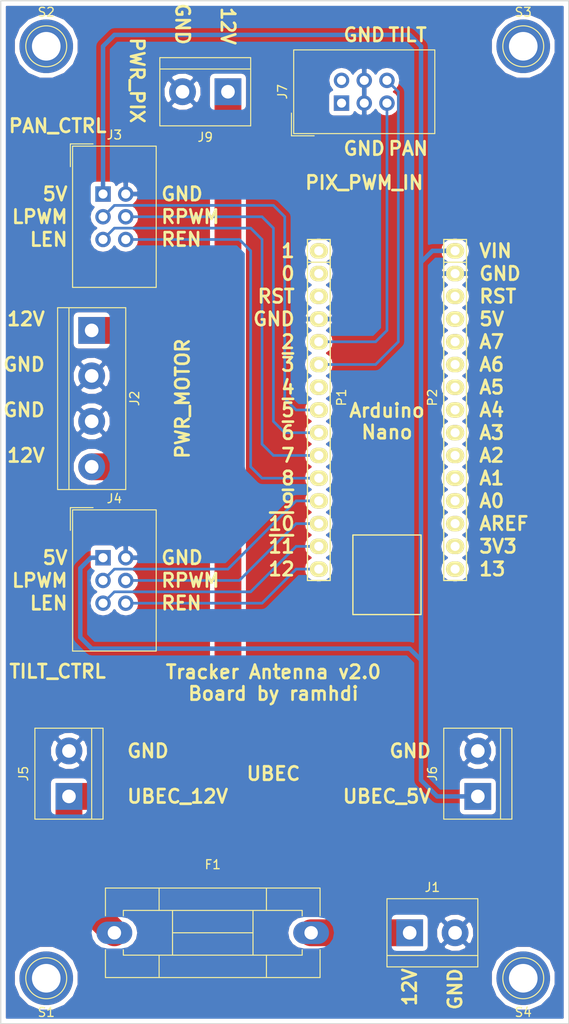
<source format=kicad_pcb>
(kicad_pcb (version 4) (host pcbnew 4.0.7)

  (general
    (links 30)
    (no_connects 1)
    (area 75.895999 30.556999 139.496001 144.957001)
    (thickness 1.6)
    (drawings 89)
    (tracks 74)
    (zones 0)
    (modules 15)
    (nets 33)
  )

  (page A4)
  (title_block
    (title "Tracker Antenna v2.0")
    (date 2018-03-25)
    (company "Aksantara ITB")
  )

  (layers
    (0 F.Cu signal)
    (31 B.Cu signal)
    (32 B.Adhes user)
    (33 F.Adhes user)
    (34 B.Paste user)
    (35 F.Paste user)
    (36 B.SilkS user)
    (37 F.SilkS user)
    (38 B.Mask user)
    (39 F.Mask user)
    (40 Dwgs.User user)
    (41 Cmts.User user)
    (42 Eco1.User user)
    (43 Eco2.User user)
    (44 Edge.Cuts user)
    (45 Margin user)
    (46 B.CrtYd user)
    (47 F.CrtYd user)
    (48 B.Fab user hide)
    (49 F.Fab user hide)
  )

  (setup
    (last_trace_width 0.3)
    (user_trace_width 0.5)
    (user_trace_width 3)
    (trace_clearance 0.25)
    (zone_clearance 0.508)
    (zone_45_only no)
    (trace_min 0.2)
    (segment_width 0.15)
    (edge_width 0.1)
    (via_size 1)
    (via_drill 0.6)
    (via_min_size 0.6)
    (via_min_drill 0.3)
    (uvia_size 0.3)
    (uvia_drill 0.1)
    (uvias_allowed no)
    (uvia_min_size 0.2)
    (uvia_min_drill 0.1)
    (pcb_text_width 0.3)
    (pcb_text_size 1.5 1.5)
    (mod_edge_width 0.15)
    (mod_text_size 1 1)
    (mod_text_width 0.15)
    (pad_size 6 6)
    (pad_drill 3.2)
    (pad_to_mask_clearance 0)
    (aux_axis_origin 114.046 106.807)
    (grid_origin 114.046 106.807)
    (visible_elements 7FFFFFFF)
    (pcbplotparams
      (layerselection 0x000f0_80000001)
      (usegerberextensions false)
      (excludeedgelayer true)
      (linewidth 0.100000)
      (plotframeref false)
      (viasonmask false)
      (mode 1)
      (useauxorigin false)
      (hpglpennumber 1)
      (hpglpenspeed 20)
      (hpglpendiameter 15)
      (hpglpenoverlay 2)
      (psnegative false)
      (psa4output false)
      (plotreference true)
      (plotvalue true)
      (plotinvisibletext false)
      (padsonsilk false)
      (subtractmaskfromsilk false)
      (outputformat 4)
      (mirror false)
      (drillshape 2)
      (scaleselection 1)
      (outputdirectory ""))
  )

  (net 0 "")
  (net 1 "/1(Tx)")
  (net 2 "/0(Rx)")
  (net 3 /Reset)
  (net 4 GND)
  (net 5 /4)
  (net 6 +5V)
  (net 7 /A7)
  (net 8 /A6)
  (net 9 /A5)
  (net 10 /A4)
  (net 11 /A3)
  (net 12 /A2)
  (net 13 /A1)
  (net 14 /A0)
  (net 15 /AREF)
  (net 16 "/13(SCK)")
  (net 17 "Net-(F1-Pad2)")
  (net 18 +12V)
  (net 19 PAN_L_EN)
  (net 20 PAN_R_EN)
  (net 21 PAN_L_PWM)
  (net 22 PAN_R_PWM)
  (net 23 TILT_L_EN)
  (net 24 TILT_R_EN)
  (net 25 TILT_L_PWM)
  (net 26 TILT_R_PWM)
  (net 27 PAN_PWM_IN)
  (net 28 TILT_PWM_IN)
  (net 29 /5V)
  (net 30 /3V3)
  (net 31 "Net-(J7-Pad1)")
  (net 32 "Net-(J7-Pad2)")

  (net_class Default "This is the default net class."
    (clearance 0.25)
    (trace_width 0.3)
    (via_dia 1)
    (via_drill 0.6)
    (uvia_dia 0.3)
    (uvia_drill 0.1)
    (add_net +12V)
    (add_net +5V)
    (add_net "/0(Rx)")
    (add_net "/1(Tx)")
    (add_net "/13(SCK)")
    (add_net /3V3)
    (add_net /4)
    (add_net /5V)
    (add_net /A0)
    (add_net /A1)
    (add_net /A2)
    (add_net /A3)
    (add_net /A4)
    (add_net /A5)
    (add_net /A6)
    (add_net /A7)
    (add_net /AREF)
    (add_net /Reset)
    (add_net GND)
    (add_net "Net-(F1-Pad2)")
    (add_net "Net-(J7-Pad1)")
    (add_net "Net-(J7-Pad2)")
    (add_net PAN_L_EN)
    (add_net PAN_L_PWM)
    (add_net PAN_PWM_IN)
    (add_net PAN_R_EN)
    (add_net PAN_R_PWM)
    (add_net TILT_L_EN)
    (add_net TILT_L_PWM)
    (add_net TILT_PWM_IN)
    (add_net TILT_R_EN)
    (add_net TILT_R_PWM)
  )

  (module Connector_IDC:IDC-Header_2x03_P2.54mm_Vertical (layer F.Cu) (tedit 59DE0819) (tstamp 5ABA426B)
    (at 87.376 92.837)
    (descr "Through hole straight IDC box header, 2x03, 2.54mm pitch, double rows")
    (tags "Through hole IDC box header THT 2x03 2.54mm double row")
    (path /5ABA4172)
    (fp_text reference J4 (at 1.27 -6.604) (layer F.SilkS)
      (effects (font (size 1 1) (thickness 0.15)))
    )
    (fp_text value Tilt_Ctrl (at 1.27 11.684) (layer F.Fab)
      (effects (font (size 1 1) (thickness 0.15)))
    )
    (fp_text user %R (at 1.27 2.54) (layer F.Fab)
      (effects (font (size 1 1) (thickness 0.15)))
    )
    (fp_line (start 5.695 -5.1) (end 5.695 10.18) (layer F.Fab) (width 0.1))
    (fp_line (start 5.145 -4.56) (end 5.145 9.62) (layer F.Fab) (width 0.1))
    (fp_line (start -3.155 -5.1) (end -3.155 10.18) (layer F.Fab) (width 0.1))
    (fp_line (start -2.605 -4.56) (end -2.605 0.29) (layer F.Fab) (width 0.1))
    (fp_line (start -2.605 4.79) (end -2.605 9.62) (layer F.Fab) (width 0.1))
    (fp_line (start -2.605 0.29) (end -3.155 0.29) (layer F.Fab) (width 0.1))
    (fp_line (start -2.605 4.79) (end -3.155 4.79) (layer F.Fab) (width 0.1))
    (fp_line (start 5.695 -5.1) (end -3.155 -5.1) (layer F.Fab) (width 0.1))
    (fp_line (start 5.145 -4.56) (end -2.605 -4.56) (layer F.Fab) (width 0.1))
    (fp_line (start 5.695 10.18) (end -3.155 10.18) (layer F.Fab) (width 0.1))
    (fp_line (start 5.145 9.62) (end -2.605 9.62) (layer F.Fab) (width 0.1))
    (fp_line (start 5.695 -5.1) (end 5.145 -4.56) (layer F.Fab) (width 0.1))
    (fp_line (start 5.695 10.18) (end 5.145 9.62) (layer F.Fab) (width 0.1))
    (fp_line (start -3.155 -5.1) (end -2.605 -4.56) (layer F.Fab) (width 0.1))
    (fp_line (start -3.155 10.18) (end -2.605 9.62) (layer F.Fab) (width 0.1))
    (fp_line (start 5.95 -5.35) (end 5.95 10.43) (layer F.CrtYd) (width 0.05))
    (fp_line (start 5.95 10.43) (end -3.41 10.43) (layer F.CrtYd) (width 0.05))
    (fp_line (start -3.41 10.43) (end -3.41 -5.35) (layer F.CrtYd) (width 0.05))
    (fp_line (start -3.41 -5.35) (end 5.95 -5.35) (layer F.CrtYd) (width 0.05))
    (fp_line (start 5.945 -5.35) (end 5.945 10.43) (layer F.SilkS) (width 0.12))
    (fp_line (start 5.945 10.43) (end -3.405 10.43) (layer F.SilkS) (width 0.12))
    (fp_line (start -3.405 10.43) (end -3.405 -5.35) (layer F.SilkS) (width 0.12))
    (fp_line (start -3.405 -5.35) (end 5.945 -5.35) (layer F.SilkS) (width 0.12))
    (fp_line (start -3.655 -5.6) (end -3.655 -3.06) (layer F.SilkS) (width 0.12))
    (fp_line (start -3.655 -5.6) (end -1.115 -5.6) (layer F.SilkS) (width 0.12))
    (pad 1 thru_hole rect (at 0 0) (size 1.7272 1.7272) (drill 1.016) (layers *.Cu *.Mask)
      (net 6 +5V))
    (pad 2 thru_hole oval (at 2.54 0) (size 1.7272 1.7272) (drill 1.016) (layers *.Cu *.Mask)
      (net 4 GND))
    (pad 3 thru_hole oval (at 0 2.54) (size 1.7272 1.7272) (drill 1.016) (layers *.Cu *.Mask)
      (net 25 TILT_L_PWM))
    (pad 4 thru_hole oval (at 2.54 2.54) (size 1.7272 1.7272) (drill 1.016) (layers *.Cu *.Mask)
      (net 26 TILT_R_PWM))
    (pad 5 thru_hole oval (at 0 5.08) (size 1.7272 1.7272) (drill 1.016) (layers *.Cu *.Mask)
      (net 23 TILT_L_EN))
    (pad 6 thru_hole oval (at 2.54 5.08) (size 1.7272 1.7272) (drill 1.016) (layers *.Cu *.Mask)
      (net 24 TILT_R_EN))
    (model ${KISYS3DMOD}/Connector_IDC.3dshapes/IDC-Header_2x03_P2.54mm_Vertical.wrl
      (at (xyz 0 0 0))
      (scale (xyz 1 1 1))
      (rotate (xyz 0 0 0))
    )
  )

  (module Connector_IDC:IDC-Header_2x03_P2.54mm_Vertical (layer F.Cu) (tedit 59DE0819) (tstamp 5ABA4262)
    (at 87.376 52.197)
    (descr "Through hole straight IDC box header, 2x03, 2.54mm pitch, double rows")
    (tags "Through hole IDC box header THT 2x03 2.54mm double row")
    (path /5ABA3B30)
    (fp_text reference J3 (at 1.27 -6.604) (layer F.SilkS)
      (effects (font (size 1 1) (thickness 0.15)))
    )
    (fp_text value Pan_Ctrl (at 1.27 11.684) (layer F.Fab)
      (effects (font (size 1 1) (thickness 0.15)))
    )
    (fp_text user %R (at 1.27 2.54) (layer F.Fab)
      (effects (font (size 1 1) (thickness 0.15)))
    )
    (fp_line (start 5.695 -5.1) (end 5.695 10.18) (layer F.Fab) (width 0.1))
    (fp_line (start 5.145 -4.56) (end 5.145 9.62) (layer F.Fab) (width 0.1))
    (fp_line (start -3.155 -5.1) (end -3.155 10.18) (layer F.Fab) (width 0.1))
    (fp_line (start -2.605 -4.56) (end -2.605 0.29) (layer F.Fab) (width 0.1))
    (fp_line (start -2.605 4.79) (end -2.605 9.62) (layer F.Fab) (width 0.1))
    (fp_line (start -2.605 0.29) (end -3.155 0.29) (layer F.Fab) (width 0.1))
    (fp_line (start -2.605 4.79) (end -3.155 4.79) (layer F.Fab) (width 0.1))
    (fp_line (start 5.695 -5.1) (end -3.155 -5.1) (layer F.Fab) (width 0.1))
    (fp_line (start 5.145 -4.56) (end -2.605 -4.56) (layer F.Fab) (width 0.1))
    (fp_line (start 5.695 10.18) (end -3.155 10.18) (layer F.Fab) (width 0.1))
    (fp_line (start 5.145 9.62) (end -2.605 9.62) (layer F.Fab) (width 0.1))
    (fp_line (start 5.695 -5.1) (end 5.145 -4.56) (layer F.Fab) (width 0.1))
    (fp_line (start 5.695 10.18) (end 5.145 9.62) (layer F.Fab) (width 0.1))
    (fp_line (start -3.155 -5.1) (end -2.605 -4.56) (layer F.Fab) (width 0.1))
    (fp_line (start -3.155 10.18) (end -2.605 9.62) (layer F.Fab) (width 0.1))
    (fp_line (start 5.95 -5.35) (end 5.95 10.43) (layer F.CrtYd) (width 0.05))
    (fp_line (start 5.95 10.43) (end -3.41 10.43) (layer F.CrtYd) (width 0.05))
    (fp_line (start -3.41 10.43) (end -3.41 -5.35) (layer F.CrtYd) (width 0.05))
    (fp_line (start -3.41 -5.35) (end 5.95 -5.35) (layer F.CrtYd) (width 0.05))
    (fp_line (start 5.945 -5.35) (end 5.945 10.43) (layer F.SilkS) (width 0.12))
    (fp_line (start 5.945 10.43) (end -3.405 10.43) (layer F.SilkS) (width 0.12))
    (fp_line (start -3.405 10.43) (end -3.405 -5.35) (layer F.SilkS) (width 0.12))
    (fp_line (start -3.405 -5.35) (end 5.945 -5.35) (layer F.SilkS) (width 0.12))
    (fp_line (start -3.655 -5.6) (end -3.655 -3.06) (layer F.SilkS) (width 0.12))
    (fp_line (start -3.655 -5.6) (end -1.115 -5.6) (layer F.SilkS) (width 0.12))
    (pad 1 thru_hole rect (at 0 0) (size 1.7272 1.7272) (drill 1.016) (layers *.Cu *.Mask)
      (net 6 +5V))
    (pad 2 thru_hole oval (at 2.54 0) (size 1.7272 1.7272) (drill 1.016) (layers *.Cu *.Mask)
      (net 4 GND))
    (pad 3 thru_hole oval (at 0 2.54) (size 1.7272 1.7272) (drill 1.016) (layers *.Cu *.Mask)
      (net 21 PAN_L_PWM))
    (pad 4 thru_hole oval (at 2.54 2.54) (size 1.7272 1.7272) (drill 1.016) (layers *.Cu *.Mask)
      (net 22 PAN_R_PWM))
    (pad 5 thru_hole oval (at 0 5.08) (size 1.7272 1.7272) (drill 1.016) (layers *.Cu *.Mask)
      (net 19 PAN_L_EN))
    (pad 6 thru_hole oval (at 2.54 5.08) (size 1.7272 1.7272) (drill 1.016) (layers *.Cu *.Mask)
      (net 20 PAN_R_EN))
    (model ${KISYS3DMOD}/Connector_IDC.3dshapes/IDC-Header_2x03_P2.54mm_Vertical.wrl
      (at (xyz 0 0 0))
      (scale (xyz 1 1 1))
      (rotate (xyz 0 0 0))
    )
  )

  (module Connector_IDC:IDC-Header_2x03_P2.54mm_Vertical (layer F.Cu) (tedit 59DE0819) (tstamp 5ABA4274)
    (at 114.046 42.037 90)
    (descr "Through hole straight IDC box header, 2x03, 2.54mm pitch, double rows")
    (tags "Through hole IDC box header THT 2x03 2.54mm double row")
    (path /5ABA5382)
    (fp_text reference J7 (at 1.27 -6.604 90) (layer F.SilkS)
      (effects (font (size 1 1) (thickness 0.15)))
    )
    (fp_text value Pix_PWM_In (at 1.27 11.684 90) (layer F.Fab)
      (effects (font (size 1 1) (thickness 0.15)))
    )
    (fp_text user %R (at 1.27 2.54 90) (layer F.Fab)
      (effects (font (size 1 1) (thickness 0.15)))
    )
    (fp_line (start 5.695 -5.1) (end 5.695 10.18) (layer F.Fab) (width 0.1))
    (fp_line (start 5.145 -4.56) (end 5.145 9.62) (layer F.Fab) (width 0.1))
    (fp_line (start -3.155 -5.1) (end -3.155 10.18) (layer F.Fab) (width 0.1))
    (fp_line (start -2.605 -4.56) (end -2.605 0.29) (layer F.Fab) (width 0.1))
    (fp_line (start -2.605 4.79) (end -2.605 9.62) (layer F.Fab) (width 0.1))
    (fp_line (start -2.605 0.29) (end -3.155 0.29) (layer F.Fab) (width 0.1))
    (fp_line (start -2.605 4.79) (end -3.155 4.79) (layer F.Fab) (width 0.1))
    (fp_line (start 5.695 -5.1) (end -3.155 -5.1) (layer F.Fab) (width 0.1))
    (fp_line (start 5.145 -4.56) (end -2.605 -4.56) (layer F.Fab) (width 0.1))
    (fp_line (start 5.695 10.18) (end -3.155 10.18) (layer F.Fab) (width 0.1))
    (fp_line (start 5.145 9.62) (end -2.605 9.62) (layer F.Fab) (width 0.1))
    (fp_line (start 5.695 -5.1) (end 5.145 -4.56) (layer F.Fab) (width 0.1))
    (fp_line (start 5.695 10.18) (end 5.145 9.62) (layer F.Fab) (width 0.1))
    (fp_line (start -3.155 -5.1) (end -2.605 -4.56) (layer F.Fab) (width 0.1))
    (fp_line (start -3.155 10.18) (end -2.605 9.62) (layer F.Fab) (width 0.1))
    (fp_line (start 5.95 -5.35) (end 5.95 10.43) (layer F.CrtYd) (width 0.05))
    (fp_line (start 5.95 10.43) (end -3.41 10.43) (layer F.CrtYd) (width 0.05))
    (fp_line (start -3.41 10.43) (end -3.41 -5.35) (layer F.CrtYd) (width 0.05))
    (fp_line (start -3.41 -5.35) (end 5.95 -5.35) (layer F.CrtYd) (width 0.05))
    (fp_line (start 5.945 -5.35) (end 5.945 10.43) (layer F.SilkS) (width 0.12))
    (fp_line (start 5.945 10.43) (end -3.405 10.43) (layer F.SilkS) (width 0.12))
    (fp_line (start -3.405 10.43) (end -3.405 -5.35) (layer F.SilkS) (width 0.12))
    (fp_line (start -3.405 -5.35) (end 5.945 -5.35) (layer F.SilkS) (width 0.12))
    (fp_line (start -3.655 -5.6) (end -3.655 -3.06) (layer F.SilkS) (width 0.12))
    (fp_line (start -3.655 -5.6) (end -1.115 -5.6) (layer F.SilkS) (width 0.12))
    (pad 1 thru_hole rect (at 0 0 90) (size 1.7272 1.7272) (drill 1.016) (layers *.Cu *.Mask)
      (net 31 "Net-(J7-Pad1)"))
    (pad 2 thru_hole oval (at 2.54 0 90) (size 1.7272 1.7272) (drill 1.016) (layers *.Cu *.Mask)
      (net 32 "Net-(J7-Pad2)"))
    (pad 3 thru_hole oval (at 0 2.54 90) (size 1.7272 1.7272) (drill 1.016) (layers *.Cu *.Mask)
      (net 4 GND))
    (pad 4 thru_hole oval (at 2.54 2.54 90) (size 1.7272 1.7272) (drill 1.016) (layers *.Cu *.Mask)
      (net 4 GND))
    (pad 5 thru_hole oval (at 0 5.08 90) (size 1.7272 1.7272) (drill 1.016) (layers *.Cu *.Mask)
      (net 27 PAN_PWM_IN))
    (pad 6 thru_hole oval (at 2.54 5.08 90) (size 1.7272 1.7272) (drill 1.016) (layers *.Cu *.Mask)
      (net 28 TILT_PWM_IN))
    (model ${KISYS3DMOD}/Connector_IDC.3dshapes/IDC-Header_2x03_P2.54mm_Vertical.wrl
      (at (xyz 0 0 0))
      (scale (xyz 1 1 1))
      (rotate (xyz 0 0 0))
    )
  )

  (module Fuse_Holders_and_Fuses:Fuseholder5x20_horiz_SemiClosed_Casing10x25mm (layer F.Cu) (tedit 5880C4BF) (tstamp 5AB791D6)
    (at 88.646 134.747)
    (descr "Fuseholder, 5x20, Semi closed, horizontal, Casing 10x25mm,")
    (tags "Fuseholder 5x20 Semi closed horizontal Casing 10x25mm Sicherungshalter halbgeschlossen ")
    (path /5AB7CE58)
    (fp_text reference F1 (at 11 -7.62) (layer F.SilkS)
      (effects (font (size 1 1) (thickness 0.15)))
    )
    (fp_text value Fuse (at 12.27 7.62) (layer F.Fab)
      (effects (font (size 1 1) (thickness 0.15)))
    )
    (fp_line (start 5 2.5) (end 5 4.9) (layer F.Fab) (width 0.1))
    (fp_line (start 17 -2.5) (end 17 -4.9) (layer F.Fab) (width 0.1))
    (fp_line (start 17 2.5) (end 17 4.95) (layer F.Fab) (width 0.1))
    (fp_line (start 15.5 -2.5) (end 15.5 2.5) (layer F.Fab) (width 0.1))
    (fp_line (start 6.5 0) (end 15.5 0) (layer F.Fab) (width 0.1))
    (fp_line (start 6.5 -2.5) (end 6.5 2.5) (layer F.Fab) (width 0.1))
    (fp_line (start 5 -4.9) (end 5 -2.5) (layer F.Fab) (width 0.1))
    (fp_line (start 1 -2.5) (end 1 2.5) (layer F.Fab) (width 0.1))
    (fp_line (start 1 2.5) (end 21 2.5) (layer F.Fab) (width 0.1))
    (fp_line (start 21 2.5) (end 21 -2.5) (layer F.Fab) (width 0.1))
    (fp_line (start 21 -2.5) (end 1 -2.5) (layer F.Fab) (width 0.1))
    (fp_line (start -0.9 -4.9) (end -0.9 4.9) (layer F.Fab) (width 0.1))
    (fp_line (start -0.9 4.9) (end 22.9 4.9) (layer F.Fab) (width 0.1))
    (fp_line (start 22.9 4.9) (end 22.9 -4.9) (layer F.Fab) (width 0.1))
    (fp_line (start 22.9 -4.9) (end -0.9 -4.9) (layer F.Fab) (width 0.1))
    (fp_line (start 5 -2.5) (end 5 -5) (layer F.SilkS) (width 0.12))
    (fp_line (start 5 5) (end 5 2.5) (layer F.SilkS) (width 0.12))
    (fp_line (start 17 5) (end 17 2.5) (layer F.SilkS) (width 0.12))
    (fp_line (start 17 -5) (end 17 -2.5) (layer F.SilkS) (width 0.12))
    (fp_line (start 6.5 0) (end 15.5 0) (layer F.SilkS) (width 0.12))
    (fp_line (start 6.5 -2.5) (end 6.5 2.5) (layer F.SilkS) (width 0.12))
    (fp_line (start 15.5 -2.5) (end 15.5 2.5) (layer F.SilkS) (width 0.12))
    (fp_line (start 21 -1.9) (end 21 -2.5) (layer F.SilkS) (width 0.12))
    (fp_line (start 1 1.9) (end 1 2.5) (layer F.SilkS) (width 0.12))
    (fp_line (start 1 2.5) (end 21 2.5) (layer F.SilkS) (width 0.12))
    (fp_line (start 21 2.5) (end 21 1.9) (layer F.SilkS) (width 0.12))
    (fp_line (start 21 -2.5) (end 1 -2.5) (layer F.SilkS) (width 0.12))
    (fp_line (start 1 -2.5) (end 1 -1.9) (layer F.SilkS) (width 0.12))
    (fp_line (start 23 -1.9) (end 23 -5) (layer F.SilkS) (width 0.12))
    (fp_line (start -1 1.9) (end -1 5) (layer F.SilkS) (width 0.12))
    (fp_line (start -1 5) (end 23 5) (layer F.SilkS) (width 0.12))
    (fp_line (start 23 5) (end 23 1.9) (layer F.SilkS) (width 0.12))
    (fp_line (start 23 -5) (end -1 -5) (layer F.SilkS) (width 0.12))
    (fp_line (start -1 -5) (end -1 -1.9) (layer F.SilkS) (width 0.12))
    (fp_line (start -1.5 -5.15) (end 23.5 -5.15) (layer F.CrtYd) (width 0.05))
    (fp_line (start -1.5 -5.15) (end -1.5 5.2) (layer F.CrtYd) (width 0.05))
    (fp_line (start 23.5 5.2) (end 23.5 -5.15) (layer F.CrtYd) (width 0.05))
    (fp_line (start 23.5 5.2) (end -1.5 5.2) (layer F.CrtYd) (width 0.05))
    (pad 2 thru_hole oval (at 22 0 270) (size 2.5 4) (drill 1.5) (layers *.Cu *.Mask)
      (net 17 "Net-(F1-Pad2)"))
    (pad 1 thru_hole oval (at 0 0 270) (size 2.5 4) (drill 1.5) (layers *.Cu *.Mask)
      (net 18 +12V))
  )

  (module Connectors:1pin (layer F.Cu) (tedit 5ABA5989) (tstamp 5AB9A5A6)
    (at 134.366 35.687)
    (descr "module 1 pin (ou trou mecanique de percage)")
    (tags DEV)
    (fp_text reference S3 (at 0 -3.81) (layer F.SilkS)
      (effects (font (size 1 1) (thickness 0.15)))
    )
    (fp_text value 1pin (at 0 3) (layer F.Fab)
      (effects (font (size 1 1) (thickness 0.15)))
    )
    (fp_circle (center 0 0) (end 2 0.8) (layer F.Fab) (width 0.1))
    (fp_circle (center 0 0) (end 2.6 0) (layer F.CrtYd) (width 0.05))
    (fp_circle (center 0 0) (end 0 -2.286) (layer F.SilkS) (width 0.12))
    (pad 1 thru_hole circle (at 0 0) (size 6 6) (drill 3.2) (layers *.Cu *.Mask))
  )

  (module Connectors:1pin (layer F.Cu) (tedit 5ABA5990) (tstamp 5AB9A59E)
    (at 134.366 139.827)
    (descr "module 1 pin (ou trou mecanique de percage)")
    (tags DEV)
    (fp_text reference S4 (at 0 3.81) (layer F.SilkS)
      (effects (font (size 1 1) (thickness 0.15)))
    )
    (fp_text value 1pin (at 0 3) (layer F.Fab)
      (effects (font (size 1 1) (thickness 0.15)))
    )
    (fp_circle (center 0 0) (end 2 0.8) (layer F.Fab) (width 0.1))
    (fp_circle (center 0 0) (end 2.6 0) (layer F.CrtYd) (width 0.05))
    (fp_circle (center 0 0) (end 0 -2.286) (layer F.SilkS) (width 0.12))
    (pad 1 thru_hole circle (at 0 0) (size 6 6) (drill 3.2) (layers *.Cu *.Mask))
  )

  (module Connectors:1pin (layer F.Cu) (tedit 5ABA5979) (tstamp 5AB9A566)
    (at 81.026 139.827)
    (descr "module 1 pin (ou trou mecanique de percage)")
    (tags DEV)
    (fp_text reference S1 (at 0 3.81) (layer F.SilkS)
      (effects (font (size 1 1) (thickness 0.15)))
    )
    (fp_text value 1pin (at 0 3) (layer F.Fab)
      (effects (font (size 1 1) (thickness 0.15)))
    )
    (fp_circle (center 0 0) (end 2 0.8) (layer F.Fab) (width 0.1))
    (fp_circle (center 0 0) (end 2.6 0) (layer F.CrtYd) (width 0.05))
    (fp_circle (center 0 0) (end 0 -2.286) (layer F.SilkS) (width 0.12))
    (pad 1 thru_hole circle (at 0 0) (size 6 6) (drill 3.2) (layers *.Cu *.Mask))
  )

  (module Socket_Arduino_Nano:Socket_Strip_Arduino_1x15 locked (layer F.Cu) (tedit 552169C6) (tstamp 551FC9D0)
    (at 111.506 58.547 270)
    (descr "Through hole socket strip")
    (tags "socket strip")
    (path /56D73FAC)
    (fp_text reference P1 (at 16.383 -2.54 270) (layer F.SilkS)
      (effects (font (size 1 1) (thickness 0.15)))
    )
    (fp_text value Digital (at 20.193 -2.54 270) (layer F.Fab)
      (effects (font (size 1 1) (thickness 0.15)))
    )
    (fp_line (start 1.27 -1.27) (end -1.27 -1.27) (layer F.SilkS) (width 0.15))
    (fp_line (start -1.27 -1.27) (end -1.27 1.27) (layer F.SilkS) (width 0.15))
    (fp_line (start -1.27 1.27) (end 1.27 1.27) (layer F.SilkS) (width 0.15))
    (fp_line (start -1.75 -1.75) (end -1.75 1.75) (layer F.CrtYd) (width 0.05))
    (fp_line (start 37.35 -1.75) (end 37.35 1.75) (layer F.CrtYd) (width 0.05))
    (fp_line (start -1.75 -1.75) (end 37.35 -1.75) (layer F.CrtYd) (width 0.05))
    (fp_line (start -1.75 1.75) (end 37.35 1.75) (layer F.CrtYd) (width 0.05))
    (fp_line (start 1.27 -1.27) (end 36.83 -1.27) (layer F.SilkS) (width 0.15))
    (fp_line (start 36.83 -1.27) (end 36.83 1.27) (layer F.SilkS) (width 0.15))
    (fp_line (start 36.83 1.27) (end 1.27 1.27) (layer F.SilkS) (width 0.15))
    (fp_line (start 1.27 1.27) (end 1.27 -1.27) (layer F.SilkS) (width 0.15))
    (pad 1 thru_hole oval (at 0 0 270) (size 1.7272 2.032) (drill 1.016) (layers *.Cu *.Mask F.SilkS)
      (net 1 "/1(Tx)"))
    (pad 2 thru_hole oval (at 2.54 0 270) (size 1.7272 2.032) (drill 1.016) (layers *.Cu *.Mask F.SilkS)
      (net 2 "/0(Rx)"))
    (pad 3 thru_hole oval (at 5.08 0 270) (size 1.7272 2.032) (drill 1.016) (layers *.Cu *.Mask F.SilkS)
      (net 3 /Reset))
    (pad 4 thru_hole oval (at 7.62 0 270) (size 1.7272 2.032) (drill 1.016) (layers *.Cu *.Mask F.SilkS)
      (net 4 GND))
    (pad 5 thru_hole oval (at 10.16 0 270) (size 1.7272 2.032) (drill 1.016) (layers *.Cu *.Mask F.SilkS)
      (net 27 PAN_PWM_IN))
    (pad 6 thru_hole oval (at 12.7 0 270) (size 1.7272 2.032) (drill 1.016) (layers *.Cu *.Mask F.SilkS)
      (net 28 TILT_PWM_IN))
    (pad 7 thru_hole oval (at 15.24 0 270) (size 1.7272 2.032) (drill 1.016) (layers *.Cu *.Mask F.SilkS)
      (net 5 /4))
    (pad 8 thru_hole oval (at 17.78 0 270) (size 1.7272 2.032) (drill 1.016) (layers *.Cu *.Mask F.SilkS)
      (net 21 PAN_L_PWM))
    (pad 9 thru_hole oval (at 20.32 0 270) (size 1.7272 2.032) (drill 1.016) (layers *.Cu *.Mask F.SilkS)
      (net 22 PAN_R_PWM))
    (pad 10 thru_hole oval (at 22.86 0 270) (size 1.7272 2.032) (drill 1.016) (layers *.Cu *.Mask F.SilkS)
      (net 19 PAN_L_EN))
    (pad 11 thru_hole oval (at 25.4 0 270) (size 1.7272 2.032) (drill 1.016) (layers *.Cu *.Mask F.SilkS)
      (net 20 PAN_R_EN))
    (pad 12 thru_hole oval (at 27.94 0 270) (size 1.7272 2.032) (drill 1.016) (layers *.Cu *.Mask F.SilkS)
      (net 25 TILT_L_PWM))
    (pad 13 thru_hole oval (at 30.48 0 270) (size 1.7272 2.032) (drill 1.016) (layers *.Cu *.Mask F.SilkS)
      (net 26 TILT_R_PWM))
    (pad 14 thru_hole oval (at 33.02 0 270) (size 1.7272 2.032) (drill 1.016) (layers *.Cu *.Mask F.SilkS)
      (net 23 TILT_L_EN))
    (pad 15 thru_hole oval (at 35.56 0 270) (size 1.7272 2.032) (drill 1.016) (layers *.Cu *.Mask F.SilkS)
      (net 24 TILT_R_EN))
    (model ${KIPRJMOD}/Socket_Arduino_Nano.3dshapes/Socket_header_Arduino_1x15.wrl
      (at (xyz 0.7 0 0))
      (scale (xyz 1 1 1))
      (rotate (xyz 0 0 180))
    )
  )

  (module Socket_Arduino_Nano:Socket_Strip_Arduino_1x15 locked (layer F.Cu) (tedit 552169D3) (tstamp 551FC9EE)
    (at 126.746 58.547 270)
    (descr "Through hole socket strip")
    (tags "socket strip")
    (path /56D740C7)
    (fp_text reference P2 (at 16.383 2.54 270) (layer F.SilkS)
      (effects (font (size 1 1) (thickness 0.15)))
    )
    (fp_text value Analog (at 20.193 2.54 270) (layer F.Fab)
      (effects (font (size 1 1) (thickness 0.15)))
    )
    (fp_line (start 1.27 -1.27) (end -1.27 -1.27) (layer F.SilkS) (width 0.15))
    (fp_line (start -1.27 -1.27) (end -1.27 1.27) (layer F.SilkS) (width 0.15))
    (fp_line (start -1.27 1.27) (end 1.27 1.27) (layer F.SilkS) (width 0.15))
    (fp_line (start -1.75 -1.75) (end -1.75 1.75) (layer F.CrtYd) (width 0.05))
    (fp_line (start 37.35 -1.75) (end 37.35 1.75) (layer F.CrtYd) (width 0.05))
    (fp_line (start -1.75 -1.75) (end 37.35 -1.75) (layer F.CrtYd) (width 0.05))
    (fp_line (start -1.75 1.75) (end 37.35 1.75) (layer F.CrtYd) (width 0.05))
    (fp_line (start 1.27 -1.27) (end 36.83 -1.27) (layer F.SilkS) (width 0.15))
    (fp_line (start 36.83 -1.27) (end 36.83 1.27) (layer F.SilkS) (width 0.15))
    (fp_line (start 36.83 1.27) (end 1.27 1.27) (layer F.SilkS) (width 0.15))
    (fp_line (start 1.27 1.27) (end 1.27 -1.27) (layer F.SilkS) (width 0.15))
    (pad 1 thru_hole oval (at 0 0 270) (size 1.7272 2.032) (drill 1.016) (layers *.Cu *.Mask F.SilkS)
      (net 6 +5V))
    (pad 2 thru_hole oval (at 2.54 0 270) (size 1.7272 2.032) (drill 1.016) (layers *.Cu *.Mask F.SilkS)
      (net 4 GND))
    (pad 3 thru_hole oval (at 5.08 0 270) (size 1.7272 2.032) (drill 1.016) (layers *.Cu *.Mask F.SilkS)
      (net 3 /Reset))
    (pad 4 thru_hole oval (at 7.62 0 270) (size 1.7272 2.032) (drill 1.016) (layers *.Cu *.Mask F.SilkS)
      (net 29 /5V))
    (pad 5 thru_hole oval (at 10.16 0 270) (size 1.7272 2.032) (drill 1.016) (layers *.Cu *.Mask F.SilkS)
      (net 7 /A7))
    (pad 6 thru_hole oval (at 12.7 0 270) (size 1.7272 2.032) (drill 1.016) (layers *.Cu *.Mask F.SilkS)
      (net 8 /A6))
    (pad 7 thru_hole oval (at 15.24 0 270) (size 1.7272 2.032) (drill 1.016) (layers *.Cu *.Mask F.SilkS)
      (net 9 /A5))
    (pad 8 thru_hole oval (at 17.78 0 270) (size 1.7272 2.032) (drill 1.016) (layers *.Cu *.Mask F.SilkS)
      (net 10 /A4))
    (pad 9 thru_hole oval (at 20.32 0 270) (size 1.7272 2.032) (drill 1.016) (layers *.Cu *.Mask F.SilkS)
      (net 11 /A3))
    (pad 10 thru_hole oval (at 22.86 0 270) (size 1.7272 2.032) (drill 1.016) (layers *.Cu *.Mask F.SilkS)
      (net 12 /A2))
    (pad 11 thru_hole oval (at 25.4 0 270) (size 1.7272 2.032) (drill 1.016) (layers *.Cu *.Mask F.SilkS)
      (net 13 /A1))
    (pad 12 thru_hole oval (at 27.94 0 270) (size 1.7272 2.032) (drill 1.016) (layers *.Cu *.Mask F.SilkS)
      (net 14 /A0))
    (pad 13 thru_hole oval (at 30.48 0 270) (size 1.7272 2.032) (drill 1.016) (layers *.Cu *.Mask F.SilkS)
      (net 15 /AREF))
    (pad 14 thru_hole oval (at 33.02 0 270) (size 1.7272 2.032) (drill 1.016) (layers *.Cu *.Mask F.SilkS)
      (net 30 /3V3))
    (pad 15 thru_hole oval (at 35.56 0 270) (size 1.7272 2.032) (drill 1.016) (layers *.Cu *.Mask F.SilkS)
      (net 16 "/13(SCK)"))
    (model ${KIPRJMOD}/Socket_Arduino_Nano.3dshapes/Socket_header_Arduino_1x15.wrl
      (at (xyz 0.7 0 0))
      (scale (xyz 1 1 1))
      (rotate (xyz 0 0 180))
    )
  )

  (module Connectors:1pin (layer F.Cu) (tedit 5ABA5982) (tstamp 5AB9A4E5)
    (at 81.026 35.687)
    (descr "module 1 pin (ou trou mecanique de percage)")
    (tags DEV)
    (fp_text reference S2 (at 0 -3.81) (layer F.SilkS)
      (effects (font (size 1 1) (thickness 0.15)))
    )
    (fp_text value 1pin (at 0 3) (layer F.Fab)
      (effects (font (size 1 1) (thickness 0.15)))
    )
    (fp_circle (center 0 0) (end 2 0.8) (layer F.Fab) (width 0.1))
    (fp_circle (center 0 0) (end 2.6 0) (layer F.CrtYd) (width 0.05))
    (fp_circle (center 0 0) (end 0 -2.286) (layer F.SilkS) (width 0.12))
    (pad 1 thru_hole circle (at 0 0) (size 6 6) (drill 3.2) (layers *.Cu *.Mask))
  )

  (module Connectors_Terminal_Blocks:TerminalBlock_bornier-2_P5.08mm (layer F.Cu) (tedit 59FF03AB) (tstamp 5AB79216)
    (at 101.346 40.767 180)
    (descr "simple 2-pin terminal block, pitch 5.08mm, revamped version of bornier2")
    (tags "terminal block bornier2")
    (path /5AB7E54D)
    (fp_text reference J9 (at 2.54 -5.08 180) (layer F.SilkS)
      (effects (font (size 1 1) (thickness 0.15)))
    )
    (fp_text value Vout_12V (at 2.54 5.08 180) (layer F.Fab)
      (effects (font (size 1 1) (thickness 0.15)))
    )
    (fp_text user %R (at 2.54 0 180) (layer F.Fab)
      (effects (font (size 1 1) (thickness 0.15)))
    )
    (fp_line (start -2.41 2.55) (end 7.49 2.55) (layer F.Fab) (width 0.1))
    (fp_line (start -2.46 -3.75) (end -2.46 3.75) (layer F.Fab) (width 0.1))
    (fp_line (start -2.46 3.75) (end 7.54 3.75) (layer F.Fab) (width 0.1))
    (fp_line (start 7.54 3.75) (end 7.54 -3.75) (layer F.Fab) (width 0.1))
    (fp_line (start 7.54 -3.75) (end -2.46 -3.75) (layer F.Fab) (width 0.1))
    (fp_line (start 7.62 2.54) (end -2.54 2.54) (layer F.SilkS) (width 0.12))
    (fp_line (start 7.62 3.81) (end 7.62 -3.81) (layer F.SilkS) (width 0.12))
    (fp_line (start 7.62 -3.81) (end -2.54 -3.81) (layer F.SilkS) (width 0.12))
    (fp_line (start -2.54 -3.81) (end -2.54 3.81) (layer F.SilkS) (width 0.12))
    (fp_line (start -2.54 3.81) (end 7.62 3.81) (layer F.SilkS) (width 0.12))
    (fp_line (start -2.71 -4) (end 7.79 -4) (layer F.CrtYd) (width 0.05))
    (fp_line (start -2.71 -4) (end -2.71 4) (layer F.CrtYd) (width 0.05))
    (fp_line (start 7.79 4) (end 7.79 -4) (layer F.CrtYd) (width 0.05))
    (fp_line (start 7.79 4) (end -2.71 4) (layer F.CrtYd) (width 0.05))
    (pad 1 thru_hole rect (at 0 0 180) (size 3 3) (drill 1.52) (layers *.Cu *.Mask)
      (net 18 +12V))
    (pad 2 thru_hole circle (at 5.08 0 180) (size 3 3) (drill 1.52) (layers *.Cu *.Mask)
      (net 4 GND))
    (model ${KISYS3DMOD}/Terminal_Blocks.3dshapes/TerminalBlock_bornier-2_P5.08mm.wrl
      (at (xyz 0.1 0 0))
      (scale (xyz 1 1 1))
      (rotate (xyz 0 0 0))
    )
  )

  (module Connectors_Terminal_Blocks:TerminalBlock_bornier-2_P5.08mm (layer F.Cu) (tedit 59FF03AB) (tstamp 5AB79204)
    (at 129.286 119.507 90)
    (descr "simple 2-pin terminal block, pitch 5.08mm, revamped version of bornier2")
    (tags "terminal block bornier2")
    (path /5AB79AA4)
    (fp_text reference J6 (at 2.54 -5.08 90) (layer F.SilkS)
      (effects (font (size 1 1) (thickness 0.15)))
    )
    (fp_text value BEC_OUT_5V (at 2.54 5.08 90) (layer F.Fab)
      (effects (font (size 1 1) (thickness 0.15)))
    )
    (fp_text user %R (at 2.54 0 90) (layer F.Fab)
      (effects (font (size 1 1) (thickness 0.15)))
    )
    (fp_line (start -2.41 2.55) (end 7.49 2.55) (layer F.Fab) (width 0.1))
    (fp_line (start -2.46 -3.75) (end -2.46 3.75) (layer F.Fab) (width 0.1))
    (fp_line (start -2.46 3.75) (end 7.54 3.75) (layer F.Fab) (width 0.1))
    (fp_line (start 7.54 3.75) (end 7.54 -3.75) (layer F.Fab) (width 0.1))
    (fp_line (start 7.54 -3.75) (end -2.46 -3.75) (layer F.Fab) (width 0.1))
    (fp_line (start 7.62 2.54) (end -2.54 2.54) (layer F.SilkS) (width 0.12))
    (fp_line (start 7.62 3.81) (end 7.62 -3.81) (layer F.SilkS) (width 0.12))
    (fp_line (start 7.62 -3.81) (end -2.54 -3.81) (layer F.SilkS) (width 0.12))
    (fp_line (start -2.54 -3.81) (end -2.54 3.81) (layer F.SilkS) (width 0.12))
    (fp_line (start -2.54 3.81) (end 7.62 3.81) (layer F.SilkS) (width 0.12))
    (fp_line (start -2.71 -4) (end 7.79 -4) (layer F.CrtYd) (width 0.05))
    (fp_line (start -2.71 -4) (end -2.71 4) (layer F.CrtYd) (width 0.05))
    (fp_line (start 7.79 4) (end 7.79 -4) (layer F.CrtYd) (width 0.05))
    (fp_line (start 7.79 4) (end -2.71 4) (layer F.CrtYd) (width 0.05))
    (pad 1 thru_hole rect (at 0 0 90) (size 3 3) (drill 1.52) (layers *.Cu *.Mask)
      (net 6 +5V))
    (pad 2 thru_hole circle (at 5.08 0 90) (size 3 3) (drill 1.52) (layers *.Cu *.Mask)
      (net 4 GND))
    (model ${KISYS3DMOD}/Terminal_Blocks.3dshapes/TerminalBlock_bornier-2_P5.08mm.wrl
      (at (xyz 0.1 0 0))
      (scale (xyz 1 1 1))
      (rotate (xyz 0 0 0))
    )
  )

  (module Connectors_Terminal_Blocks:TerminalBlock_bornier-2_P5.08mm (layer F.Cu) (tedit 59FF03AB) (tstamp 5AB791FE)
    (at 83.566 119.507 90)
    (descr "simple 2-pin terminal block, pitch 5.08mm, revamped version of bornier2")
    (tags "terminal block bornier2")
    (path /5AB7999E)
    (fp_text reference J5 (at 2.54 -5.08 90) (layer F.SilkS)
      (effects (font (size 1 1) (thickness 0.15)))
    )
    (fp_text value BEC_IN_12V (at 2.54 5.08 90) (layer F.Fab)
      (effects (font (size 1 1) (thickness 0.15)))
    )
    (fp_text user %R (at 2.54 0 90) (layer F.Fab)
      (effects (font (size 1 1) (thickness 0.15)))
    )
    (fp_line (start -2.41 2.55) (end 7.49 2.55) (layer F.Fab) (width 0.1))
    (fp_line (start -2.46 -3.75) (end -2.46 3.75) (layer F.Fab) (width 0.1))
    (fp_line (start -2.46 3.75) (end 7.54 3.75) (layer F.Fab) (width 0.1))
    (fp_line (start 7.54 3.75) (end 7.54 -3.75) (layer F.Fab) (width 0.1))
    (fp_line (start 7.54 -3.75) (end -2.46 -3.75) (layer F.Fab) (width 0.1))
    (fp_line (start 7.62 2.54) (end -2.54 2.54) (layer F.SilkS) (width 0.12))
    (fp_line (start 7.62 3.81) (end 7.62 -3.81) (layer F.SilkS) (width 0.12))
    (fp_line (start 7.62 -3.81) (end -2.54 -3.81) (layer F.SilkS) (width 0.12))
    (fp_line (start -2.54 -3.81) (end -2.54 3.81) (layer F.SilkS) (width 0.12))
    (fp_line (start -2.54 3.81) (end 7.62 3.81) (layer F.SilkS) (width 0.12))
    (fp_line (start -2.71 -4) (end 7.79 -4) (layer F.CrtYd) (width 0.05))
    (fp_line (start -2.71 -4) (end -2.71 4) (layer F.CrtYd) (width 0.05))
    (fp_line (start 7.79 4) (end 7.79 -4) (layer F.CrtYd) (width 0.05))
    (fp_line (start 7.79 4) (end -2.71 4) (layer F.CrtYd) (width 0.05))
    (pad 1 thru_hole rect (at 0 0 90) (size 3 3) (drill 1.52) (layers *.Cu *.Mask)
      (net 18 +12V))
    (pad 2 thru_hole circle (at 5.08 0 90) (size 3 3) (drill 1.52) (layers *.Cu *.Mask)
      (net 4 GND))
    (model ${KISYS3DMOD}/Terminal_Blocks.3dshapes/TerminalBlock_bornier-2_P5.08mm.wrl
      (at (xyz 0.1 0 0))
      (scale (xyz 1 1 1))
      (rotate (xyz 0 0 0))
    )
  )

  (module Connectors_Terminal_Blocks:TerminalBlock_bornier-2_P5.08mm (layer F.Cu) (tedit 59FF03AB) (tstamp 5AB791DC)
    (at 121.666 134.747)
    (descr "simple 2-pin terminal block, pitch 5.08mm, revamped version of bornier2")
    (tags "terminal block bornier2")
    (path /5AB774C4)
    (fp_text reference J1 (at 2.54 -5.08) (layer F.SilkS)
      (effects (font (size 1 1) (thickness 0.15)))
    )
    (fp_text value Vin_12V (at 2.54 5.08) (layer F.Fab)
      (effects (font (size 1 1) (thickness 0.15)))
    )
    (fp_text user %R (at 2.54 0) (layer F.Fab)
      (effects (font (size 1 1) (thickness 0.15)))
    )
    (fp_line (start -2.41 2.55) (end 7.49 2.55) (layer F.Fab) (width 0.1))
    (fp_line (start -2.46 -3.75) (end -2.46 3.75) (layer F.Fab) (width 0.1))
    (fp_line (start -2.46 3.75) (end 7.54 3.75) (layer F.Fab) (width 0.1))
    (fp_line (start 7.54 3.75) (end 7.54 -3.75) (layer F.Fab) (width 0.1))
    (fp_line (start 7.54 -3.75) (end -2.46 -3.75) (layer F.Fab) (width 0.1))
    (fp_line (start 7.62 2.54) (end -2.54 2.54) (layer F.SilkS) (width 0.12))
    (fp_line (start 7.62 3.81) (end 7.62 -3.81) (layer F.SilkS) (width 0.12))
    (fp_line (start 7.62 -3.81) (end -2.54 -3.81) (layer F.SilkS) (width 0.12))
    (fp_line (start -2.54 -3.81) (end -2.54 3.81) (layer F.SilkS) (width 0.12))
    (fp_line (start -2.54 3.81) (end 7.62 3.81) (layer F.SilkS) (width 0.12))
    (fp_line (start -2.71 -4) (end 7.79 -4) (layer F.CrtYd) (width 0.05))
    (fp_line (start -2.71 -4) (end -2.71 4) (layer F.CrtYd) (width 0.05))
    (fp_line (start 7.79 4) (end 7.79 -4) (layer F.CrtYd) (width 0.05))
    (fp_line (start 7.79 4) (end -2.71 4) (layer F.CrtYd) (width 0.05))
    (pad 1 thru_hole rect (at 0 0) (size 3 3) (drill 1.52) (layers *.Cu *.Mask)
      (net 17 "Net-(F1-Pad2)"))
    (pad 2 thru_hole circle (at 5.08 0) (size 3 3) (drill 1.52) (layers *.Cu *.Mask)
      (net 4 GND))
    (model ${KISYS3DMOD}/Terminal_Blocks.3dshapes/TerminalBlock_bornier-2_P5.08mm.wrl
      (at (xyz 0.1 0 0))
      (scale (xyz 1 1 1))
      (rotate (xyz 0 0 0))
    )
  )

  (module Connectors_Terminal_Blocks:TerminalBlock_bornier-4_P5.08mm (layer F.Cu) (tedit 59FF03D1) (tstamp 5AB791E4)
    (at 86.106 67.437 270)
    (descr "simple 4-pin terminal block, pitch 5.08mm, revamped version of bornier4")
    (tags "terminal block bornier4")
    (path /5AB77A00)
    (fp_text reference J2 (at 7.6 -4.8 270) (layer F.SilkS)
      (effects (font (size 1 1) (thickness 0.15)))
    )
    (fp_text value Motor_12V (at 7.6 4.75 270) (layer F.Fab)
      (effects (font (size 1 1) (thickness 0.15)))
    )
    (fp_text user %R (at 7.62 0 270) (layer F.Fab)
      (effects (font (size 1 1) (thickness 0.15)))
    )
    (fp_line (start -2.48 2.55) (end 17.72 2.55) (layer F.Fab) (width 0.1))
    (fp_line (start -2.43 3.75) (end -2.48 3.75) (layer F.Fab) (width 0.1))
    (fp_line (start -2.48 3.75) (end -2.48 -3.75) (layer F.Fab) (width 0.1))
    (fp_line (start -2.48 -3.75) (end 17.72 -3.75) (layer F.Fab) (width 0.1))
    (fp_line (start 17.72 -3.75) (end 17.72 3.75) (layer F.Fab) (width 0.1))
    (fp_line (start 17.72 3.75) (end -2.43 3.75) (layer F.Fab) (width 0.1))
    (fp_line (start -2.54 -3.81) (end -2.54 3.81) (layer F.SilkS) (width 0.12))
    (fp_line (start 17.78 3.81) (end 17.78 -3.81) (layer F.SilkS) (width 0.12))
    (fp_line (start 17.78 2.54) (end -2.54 2.54) (layer F.SilkS) (width 0.12))
    (fp_line (start -2.54 -3.81) (end 17.78 -3.81) (layer F.SilkS) (width 0.12))
    (fp_line (start -2.54 3.81) (end 17.78 3.81) (layer F.SilkS) (width 0.12))
    (fp_line (start -2.73 -4) (end 17.97 -4) (layer F.CrtYd) (width 0.05))
    (fp_line (start -2.73 -4) (end -2.73 4) (layer F.CrtYd) (width 0.05))
    (fp_line (start 17.97 4) (end 17.97 -4) (layer F.CrtYd) (width 0.05))
    (fp_line (start 17.97 4) (end -2.73 4) (layer F.CrtYd) (width 0.05))
    (pad 2 thru_hole circle (at 5.08 0 270) (size 3 3) (drill 1.52) (layers *.Cu *.Mask)
      (net 4 GND))
    (pad 3 thru_hole circle (at 10.16 0 270) (size 3 3) (drill 1.52) (layers *.Cu *.Mask)
      (net 4 GND))
    (pad 1 thru_hole rect (at 0 0 270) (size 3 3) (drill 1.52) (layers *.Cu *.Mask)
      (net 18 +12V))
    (pad 4 thru_hole circle (at 15.24 0 270) (size 3 3) (drill 1.52) (layers *.Cu *.Mask)
      (net 18 +12V))
    (model ${KISYS3DMOD}/Terminal_Blocks.3dshapes/TerminalBlock_bornier-4_P5.08mm.wrl
      (at (xyz 0.3 0 0))
      (scale (xyz 1 1 1))
      (rotate (xyz 0 0 0))
    )
  )

  (gr_text TILT (at 119.126 34.417) (layer F.SilkS)
    (effects (font (size 1.5 1.5) (thickness 0.3)) (justify left))
  )
  (gr_text ~5 (at 108.966 76.327) (layer F.SilkS)
    (effects (font (size 1.5 1.5) (thickness 0.3)) (justify right))
  )
  (gr_text PWR_MOTOR (at 96.266 75.057 90) (layer F.SilkS)
    (effects (font (size 1.5 1.5) (thickness 0.3)))
  )
  (gr_text "Arduino\nNano" (at 119.126 77.597) (layer F.SilkS)
    (effects (font (size 1.5 1.5) (thickness 0.3)))
  )
  (gr_text VIN (at 129.286 58.547) (layer F.SilkS)
    (effects (font (size 1.5 1.5) (thickness 0.3)) (justify left))
  )
  (gr_text GND (at 129.286 61.087) (layer F.SilkS)
    (effects (font (size 1.5 1.5) (thickness 0.3)) (justify left))
  )
  (gr_text RST (at 129.286 63.627) (layer F.SilkS)
    (effects (font (size 1.5 1.5) (thickness 0.3)) (justify left))
  )
  (gr_text 5V (at 129.286 66.167) (layer F.SilkS)
    (effects (font (size 1.5 1.5) (thickness 0.3)) (justify left))
  )
  (gr_text A7 (at 129.286 68.707) (layer F.SilkS)
    (effects (font (size 1.5 1.5) (thickness 0.3)) (justify left))
  )
  (gr_text A6 (at 129.286 71.247) (layer F.SilkS)
    (effects (font (size 1.5 1.5) (thickness 0.3)) (justify left))
  )
  (gr_text A5 (at 129.286 73.787) (layer F.SilkS)
    (effects (font (size 1.5 1.5) (thickness 0.3)) (justify left))
  )
  (gr_text A4 (at 129.286 76.327) (layer F.SilkS)
    (effects (font (size 1.5 1.5) (thickness 0.3)) (justify left))
  )
  (gr_text A3 (at 129.286 78.867) (layer F.SilkS)
    (effects (font (size 1.5 1.5) (thickness 0.3)) (justify left))
  )
  (gr_text A2 (at 129.286 81.407) (layer F.SilkS)
    (effects (font (size 1.5 1.5) (thickness 0.3)) (justify left))
  )
  (gr_text A1 (at 129.286 83.947) (layer F.SilkS)
    (effects (font (size 1.5 1.5) (thickness 0.3)) (justify left))
  )
  (gr_text A0 (at 129.286 86.487) (layer F.SilkS)
    (effects (font (size 1.5 1.5) (thickness 0.3)) (justify left))
  )
  (gr_text AREF (at 129.286 89.027) (layer F.SilkS)
    (effects (font (size 1.5 1.5) (thickness 0.3)) (justify left))
  )
  (gr_text 3V3 (at 129.286 91.567) (layer F.SilkS)
    (effects (font (size 1.5 1.5) (thickness 0.3)) (justify left))
  )
  (gr_text 13 (at 129.286 94.107) (layer F.SilkS)
    (effects (font (size 1.5 1.5) (thickness 0.3)) (justify left))
  )
  (gr_text 12 (at 108.966 94.107) (layer F.SilkS)
    (effects (font (size 1.5 1.5) (thickness 0.3)) (justify right))
  )
  (gr_text ~11 (at 108.966 91.567) (layer F.SilkS)
    (effects (font (size 1.5 1.5) (thickness 0.3)) (justify right))
  )
  (gr_text ~10 (at 108.966 89.027) (layer F.SilkS)
    (effects (font (size 1.5 1.5) (thickness 0.3)) (justify right))
  )
  (gr_text 2 (at 108.966 68.707) (layer F.SilkS)
    (effects (font (size 1.5 1.5) (thickness 0.3)) (justify right))
  )
  (gr_text ~9 (at 108.966 86.487) (layer F.SilkS)
    (effects (font (size 1.5 1.5) (thickness 0.3)) (justify right))
  )
  (gr_text 8 (at 108.966 83.947) (layer F.SilkS)
    (effects (font (size 1.5 1.5) (thickness 0.3)) (justify right))
  )
  (gr_text 7 (at 108.966 81.407) (layer F.SilkS)
    (effects (font (size 1.5 1.5) (thickness 0.3)) (justify right))
  )
  (gr_text ~6 (at 108.966 78.867) (layer F.SilkS)
    (effects (font (size 1.5 1.5) (thickness 0.3)) (justify right))
  )
  (gr_text 4 (at 108.966 73.787) (layer F.SilkS)
    (effects (font (size 1.5 1.5) (thickness 0.3)) (justify right))
  )
  (gr_text ~3 (at 108.966 71.247) (layer F.SilkS)
    (effects (font (size 1.5 1.5) (thickness 0.3)) (justify right))
  )
  (gr_text GND (at 108.966 66.167) (layer F.SilkS)
    (effects (font (size 1.5 1.5) (thickness 0.3)) (justify right))
  )
  (gr_text 0 (at 108.966 61.087) (layer F.SilkS)
    (effects (font (size 1.5 1.5) (thickness 0.3)) (justify right))
  )
  (gr_text RST (at 108.966 63.627) (layer F.SilkS)
    (effects (font (size 1.5 1.5) (thickness 0.3)) (justify right))
  )
  (gr_text 1 (at 108.966 58.547) (layer F.SilkS)
    (effects (font (size 1.5 1.5) (thickness 0.3)) (justify right))
  )
  (gr_line (start 122.936 99.187) (end 115.316 99.187) (layer F.SilkS) (width 0.15))
  (gr_line (start 122.936 90.297) (end 122.936 99.187) (layer F.SilkS) (width 0.15))
  (gr_line (start 115.316 90.297) (end 122.936 90.297) (layer F.SilkS) (width 0.15))
  (gr_line (start 115.316 99.187) (end 115.316 90.297) (layer F.SilkS) (width 0.15))
  (gr_text "Tracker Antenna v2.0\nBoard by ramhdi" (at 106.426 106.807) (layer F.SilkS)
    (effects (font (size 1.5 1.5) (thickness 0.3)))
  )
  (gr_text GND (at 124.206 114.427) (layer F.SilkS)
    (effects (font (size 1.5 1.5) (thickness 0.3)) (justify right))
  )
  (gr_text UBEC_5V (at 124.206 119.507) (layer F.SilkS)
    (effects (font (size 1.5 1.5) (thickness 0.3)) (justify right))
  )
  (gr_text GND (at 89.916 114.427) (layer F.SilkS)
    (effects (font (size 1.5 1.5) (thickness 0.3)) (justify left))
  )
  (gr_text UBEC_12V (at 89.916 119.507) (layer F.SilkS)
    (effects (font (size 1.5 1.5) (thickness 0.3)) (justify left))
  )
  (gr_text PIX_PWM_IN (at 116.586 50.927) (layer F.SilkS)
    (effects (font (size 1.5 1.5) (thickness 0.3)))
  )
  (gr_text PWR_PIX (at 91.186 39.497 270) (layer F.SilkS)
    (effects (font (size 1.5 1.5) (thickness 0.3)))
  )
  (gr_text GND (at 96.266 35.687 270) (layer F.SilkS)
    (effects (font (size 1.5 1.5) (thickness 0.3)) (justify right))
  )
  (gr_text 12V (at 101.346 35.687 270) (layer F.SilkS)
    (effects (font (size 1.5 1.5) (thickness 0.3)) (justify right))
  )
  (gr_text PAN_CTRL (at 82.296 44.577) (layer F.SilkS)
    (effects (font (size 1.5 1.5) (thickness 0.3)))
  )
  (gr_text TILT_CTRL (at 82.296 105.537) (layer F.SilkS)
    (effects (font (size 1.5 1.5) (thickness 0.3)))
  )
  (gr_text GND (at 116.586 47.117) (layer F.SilkS)
    (effects (font (size 1.5 1.5) (thickness 0.3)))
  )
  (gr_text GND (at 116.586 34.417) (layer F.SilkS)
    (effects (font (size 1.5 1.5) (thickness 0.3)))
  )
  (gr_text PAN (at 119.126 47.117) (layer F.SilkS)
    (effects (font (size 1.5 1.5) (thickness 0.3)) (justify left))
  )
  (gr_text GND (at 81.026 76.327) (layer F.SilkS) (tstamp 5AB8B319)
    (effects (font (size 1.5 1.5) (thickness 0.3)) (justify right))
  )
  (gr_text 12V (at 81.026 81.407) (layer F.SilkS) (tstamp 5AB8B318)
    (effects (font (size 1.5 1.5) (thickness 0.3)) (justify right))
  )
  (gr_text GND (at 81.026 71.247) (layer F.SilkS)
    (effects (font (size 1.5 1.5) (thickness 0.3)) (justify right))
  )
  (gr_text 12V (at 81.026 66.167) (layer F.SilkS)
    (effects (font (size 1.5 1.5) (thickness 0.3)) (justify right))
  )
  (gr_text REN (at 93.726 57.277) (layer F.SilkS) (tstamp 5AB8B202)
    (effects (font (size 1.5 1.5) (thickness 0.3)) (justify left))
  )
  (gr_text LEN (at 83.566 57.277) (layer F.SilkS) (tstamp 5AB8B201)
    (effects (font (size 1.5 1.5) (thickness 0.3)) (justify right))
  )
  (gr_text RPWM (at 93.726 54.737) (layer F.SilkS) (tstamp 5AB8B200)
    (effects (font (size 1.5 1.5) (thickness 0.3)) (justify left))
  )
  (gr_text LPWM (at 83.566 54.737) (layer F.SilkS) (tstamp 5AB8B1FF)
    (effects (font (size 1.5 1.5) (thickness 0.3)) (justify right))
  )
  (gr_text GND (at 93.726 52.197) (layer F.SilkS) (tstamp 5AB8B1FE)
    (effects (font (size 1.5 1.5) (thickness 0.3)) (justify left))
  )
  (gr_text 5V (at 83.566 52.197) (layer F.SilkS) (tstamp 5AB8B1FD)
    (effects (font (size 1.5 1.5) (thickness 0.3)) (justify right))
  )
  (gr_text REN (at 93.726 97.917) (layer F.SilkS)
    (effects (font (size 1.5 1.5) (thickness 0.3)) (justify left))
  )
  (gr_text LEN (at 83.566 97.917) (layer F.SilkS)
    (effects (font (size 1.5 1.5) (thickness 0.3)) (justify right))
  )
  (gr_text RPWM (at 93.726 95.377) (layer F.SilkS)
    (effects (font (size 1.5 1.5) (thickness 0.3)) (justify left))
  )
  (gr_text LPWM (at 83.566 95.377) (layer F.SilkS)
    (effects (font (size 1.5 1.5) (thickness 0.3)) (justify right))
  )
  (gr_text GND (at 93.726 92.837) (layer F.SilkS)
    (effects (font (size 1.5 1.5) (thickness 0.3)) (justify left))
  )
  (gr_text 5V (at 83.566 92.837) (layer F.SilkS)
    (effects (font (size 1.5 1.5) (thickness 0.3)) (justify right))
  )
  (gr_text UBEC (at 106.426 116.967) (layer F.SilkS)
    (effects (font (size 1.5 1.5) (thickness 0.3)))
  )
  (gr_text GND (at 126.746 138.557 90) (layer F.SilkS)
    (effects (font (size 1.5 1.5) (thickness 0.3)) (justify right))
  )
  (gr_text 12V (at 121.666 138.557 90) (layer F.SilkS)
    (effects (font (size 1.5 1.5) (thickness 0.3)) (justify right))
  )
  (gr_line (start 139.446 30.607) (end 139.446 144.907) (layer Edge.Cuts) (width 0.1))
  (gr_line (start 75.946 30.607) (end 139.446 30.607) (layer Edge.Cuts) (width 0.1))
  (gr_line (start 75.946 144.907) (end 75.946 30.607) (layer Edge.Cuts) (width 0.1))
  (gr_line (start 139.446 144.907) (end 75.946 144.907) (layer Edge.Cuts) (width 0.1))
  (gr_line (start 122.682 99.822) (end 122.682 97.917) (angle 90) (layer Dwgs.User) (width 0.15))
  (gr_line (start 122.682 90.297) (end 122.682 97.917) (angle 90) (layer Dwgs.User) (width 0.15))
  (gr_line (start 115.57 90.297) (end 122.682 90.297) (angle 90) (layer Dwgs.User) (width 0.15))
  (gr_line (start 115.57 97.917) (end 115.57 90.297) (angle 90) (layer Dwgs.User) (width 0.15))
  (gr_line (start 115.57 99.822) (end 122.682 99.822) (angle 90) (layer Dwgs.User) (width 0.15))
  (gr_line (start 115.57 97.917) (end 115.57 99.822) (angle 90) (layer Dwgs.User) (width 0.15))
  (gr_line (start 117.602 75.057) (end 117.602 72.517) (angle 90) (layer Dwgs.User) (width 0.15))
  (gr_line (start 121.539 75.057) (end 117.602 75.057) (angle 90) (layer Dwgs.User) (width 0.15))
  (gr_line (start 121.539 72.517) (end 121.539 75.057) (angle 90) (layer Dwgs.User) (width 0.15))
  (gr_line (start 117.602 72.517) (end 121.539 72.517) (angle 90) (layer Dwgs.User) (width 0.15))
  (gr_circle (center 119.634 73.787) (end 118.872 73.787) (layer Dwgs.User) (width 0.15))
  (gr_line (start 122.936 54.737) (end 115.316 54.737) (angle 90) (layer Dwgs.User) (width 0.15))
  (gr_line (start 122.936 59.817) (end 122.936 54.737) (angle 90) (layer Dwgs.User) (width 0.15))
  (gr_line (start 115.316 59.817) (end 122.936 59.817) (angle 90) (layer Dwgs.User) (width 0.15))
  (gr_line (start 115.316 54.737) (end 115.316 59.817) (angle 90) (layer Dwgs.User) (width 0.15))

  (segment (start 122.936 104.267) (end 122.936 117.697) (width 0.5) (layer B.Cu) (net 6))
  (segment (start 122.936 117.697) (end 124.746 119.507) (width 0.5) (layer B.Cu) (net 6))
  (segment (start 124.746 119.507) (end 126.746 119.507) (width 0.5) (layer B.Cu) (net 6))
  (segment (start 126.746 119.507) (end 129.286 119.507) (width 0.5) (layer B.Cu) (net 6))
  (segment (start 87.376 52.197) (end 87.376 35.687) (width 0.5) (layer B.Cu) (net 6))
  (segment (start 121.666 34.417) (end 122.936 35.687) (width 0.5) (layer B.Cu) (net 6))
  (segment (start 87.376 35.687) (end 88.646 34.417) (width 0.5) (layer B.Cu) (net 6))
  (segment (start 88.646 34.417) (end 121.666 34.417) (width 0.5) (layer B.Cu) (net 6))
  (segment (start 122.936 35.687) (end 122.936 53.467) (width 0.5) (layer B.Cu) (net 6))
  (segment (start 122.936 53.467) (end 122.936 59.817) (width 0.5) (layer B.Cu) (net 6))
  (segment (start 122.936 104.267) (end 122.936 59.817) (width 0.5) (layer B.Cu) (net 6))
  (segment (start 121.666 102.997) (end 122.936 104.267) (width 0.5) (layer B.Cu) (net 6))
  (segment (start 86.106 102.997) (end 121.666 102.997) (width 0.5) (layer B.Cu) (net 6))
  (segment (start 84.836 101.727) (end 86.106 102.997) (width 0.5) (layer B.Cu) (net 6))
  (segment (start 84.836 94.0134) (end 84.836 101.727) (width 0.5) (layer B.Cu) (net 6))
  (segment (start 87.376 92.837) (end 86.0124 92.837) (width 0.5) (layer B.Cu) (net 6))
  (segment (start 86.0124 92.837) (end 84.836 94.0134) (width 0.5) (layer B.Cu) (net 6))
  (segment (start 122.936 59.817) (end 124.206 58.547) (width 0.5) (layer B.Cu) (net 6))
  (segment (start 124.206 58.547) (end 126.746 58.547) (width 0.5) (layer B.Cu) (net 6))
  (segment (start 121.666 134.747) (end 110.646 134.747) (width 3) (layer F.Cu) (net 17))
  (segment (start 101.346 111.887) (end 101.346 89.027) (width 3) (layer F.Cu) (net 18))
  (segment (start 101.346 89.027) (end 101.346 73.787) (width 3) (layer F.Cu) (net 18))
  (segment (start 86.106 82.677) (end 94.996 82.677) (width 3) (layer F.Cu) (net 18))
  (segment (start 94.996 82.677) (end 101.346 89.027) (width 3) (layer F.Cu) (net 18))
  (segment (start 101.346 73.787) (end 101.346 40.767) (width 3) (layer F.Cu) (net 18))
  (segment (start 86.106 67.437) (end 94.996 67.437) (width 3) (layer F.Cu) (net 18))
  (segment (start 94.996 67.437) (end 101.346 73.787) (width 3) (layer F.Cu) (net 18))
  (segment (start 93.726 119.507) (end 101.346 111.887) (width 3) (layer F.Cu) (net 18))
  (segment (start 83.566 119.507) (end 93.726 119.507) (width 3) (layer F.Cu) (net 18))
  (segment (start 83.566 119.507) (end 83.566 129.667) (width 3) (layer F.Cu) (net 18))
  (segment (start 83.566 129.667) (end 88.646 134.747) (width 3) (layer F.Cu) (net 18))
  (segment (start 106.426 81.407) (end 111.506 81.407) (width 0.3) (layer B.Cu) (net 19))
  (segment (start 105.156 80.137) (end 106.426 81.407) (width 0.3) (layer B.Cu) (net 19))
  (segment (start 105.156 57.277) (end 105.156 80.137) (width 0.3) (layer B.Cu) (net 19))
  (segment (start 103.886 56.007) (end 105.156 57.277) (width 0.3) (layer B.Cu) (net 19))
  (segment (start 88.646 56.007) (end 103.886 56.007) (width 0.3) (layer B.Cu) (net 19))
  (segment (start 87.376 57.277) (end 88.646 56.007) (width 0.3) (layer B.Cu) (net 19))
  (segment (start 89.916 57.277) (end 102.616 57.277) (width 0.3) (layer B.Cu) (net 20))
  (segment (start 102.616 57.277) (end 103.886 58.547) (width 0.3) (layer B.Cu) (net 20))
  (segment (start 103.886 58.547) (end 103.886 82.677) (width 0.3) (layer B.Cu) (net 20))
  (segment (start 103.886 82.677) (end 105.156 83.947) (width 0.3) (layer B.Cu) (net 20))
  (segment (start 105.156 83.947) (end 111.506 83.947) (width 0.3) (layer B.Cu) (net 20))
  (segment (start 106.426 53.467) (end 88.646 53.467) (width 0.3) (layer B.Cu) (net 21))
  (segment (start 107.696 54.737) (end 106.426 53.467) (width 0.3) (layer B.Cu) (net 21))
  (segment (start 107.696 75.057) (end 107.696 54.737) (width 0.3) (layer B.Cu) (net 21))
  (segment (start 108.966 76.327) (end 107.696 75.057) (width 0.3) (layer B.Cu) (net 21))
  (segment (start 111.506 76.327) (end 108.966 76.327) (width 0.3) (layer B.Cu) (net 21))
  (segment (start 88.646 53.467) (end 87.376 54.737) (width 0.3) (layer B.Cu) (net 21))
  (segment (start 89.916 54.737) (end 105.156 54.737) (width 0.3) (layer B.Cu) (net 22))
  (segment (start 105.156 54.737) (end 106.426 56.007) (width 0.3) (layer B.Cu) (net 22))
  (segment (start 106.426 56.007) (end 106.426 77.597) (width 0.3) (layer B.Cu) (net 22))
  (segment (start 106.426 77.597) (end 107.696 78.867) (width 0.3) (layer B.Cu) (net 22))
  (segment (start 107.696 78.867) (end 111.506 78.867) (width 0.3) (layer B.Cu) (net 22))
  (segment (start 103.886 96.647) (end 108.966 91.567) (width 0.3) (layer B.Cu) (net 23))
  (segment (start 88.646 96.647) (end 103.886 96.647) (width 0.3) (layer B.Cu) (net 23))
  (segment (start 88.646 96.647) (end 87.376 97.917) (width 0.3) (layer B.Cu) (net 23))
  (segment (start 108.966 91.567) (end 111.506 91.567) (width 0.3) (layer B.Cu) (net 23))
  (segment (start 105.156 97.917) (end 108.966 94.107) (width 0.3) (layer B.Cu) (net 24))
  (segment (start 89.916 97.917) (end 105.156 97.917) (width 0.3) (layer B.Cu) (net 24))
  (segment (start 108.966 94.107) (end 111.506 94.107) (width 0.3) (layer B.Cu) (net 24))
  (segment (start 101.346 94.107) (end 108.966 86.487) (width 0.3) (layer B.Cu) (net 25))
  (segment (start 108.966 86.487) (end 111.506 86.487) (width 0.3) (layer B.Cu) (net 25))
  (segment (start 88.646 94.107) (end 101.346 94.107) (width 0.3) (layer B.Cu) (net 25))
  (segment (start 88.646 94.107) (end 87.376 95.377) (width 0.3) (layer B.Cu) (net 25))
  (segment (start 102.616 95.377) (end 108.966 89.027) (width 0.3) (layer B.Cu) (net 26))
  (segment (start 108.966 89.027) (end 111.506 89.027) (width 0.3) (layer B.Cu) (net 26))
  (segment (start 89.916 95.377) (end 102.616 95.377) (width 0.3) (layer B.Cu) (net 26))
  (segment (start 119.126 67.437) (end 119.126 42.037) (width 0.3) (layer B.Cu) (net 27))
  (segment (start 117.856 68.707) (end 119.126 67.437) (width 0.3) (layer B.Cu) (net 27))
  (segment (start 111.506 68.707) (end 117.856 68.707) (width 0.3) (layer B.Cu) (net 27))
  (segment (start 120.396 68.707) (end 120.396 40.767) (width 0.3) (layer B.Cu) (net 28))
  (segment (start 120.396 40.767) (end 119.126 39.497) (width 0.3) (layer B.Cu) (net 28))
  (segment (start 117.856 71.247) (end 120.396 68.707) (width 0.3) (layer B.Cu) (net 28))
  (segment (start 111.506 71.247) (end 117.856 71.247) (width 0.3) (layer B.Cu) (net 28))

  (zone (net 4) (net_name GND) (layer B.Cu) (tstamp 0) (hatch edge 0.508)
    (connect_pads (clearance 0.508))
    (min_thickness 0.254)
    (fill yes (arc_segments 16) (thermal_gap 0.508) (thermal_bridge_width 0.508))
    (polygon
      (pts
        (xy 75.946 144.907) (xy 75.946 30.607) (xy 139.446 30.607) (xy 139.446 144.907)
      )
    )
    (filled_polygon
      (pts
        (xy 138.761 144.222) (xy 76.631 144.222) (xy 76.631 140.546874) (xy 77.39037 140.546874) (xy 77.9426 141.883372)
        (xy 78.964249 142.906806) (xy 80.299782 143.461368) (xy 81.745874 143.46263) (xy 83.082372 142.9104) (xy 84.105806 141.888751)
        (xy 84.660368 140.553218) (xy 84.660373 140.546874) (xy 130.73037 140.546874) (xy 131.2826 141.883372) (xy 132.304249 142.906806)
        (xy 133.639782 143.461368) (xy 135.085874 143.46263) (xy 136.422372 142.9104) (xy 137.445806 141.888751) (xy 138.000368 140.553218)
        (xy 138.00163 139.107126) (xy 137.4494 137.770628) (xy 136.427751 136.747194) (xy 135.092218 136.192632) (xy 133.646126 136.19137)
        (xy 132.309628 136.7436) (xy 131.286194 137.765249) (xy 130.731632 139.100782) (xy 130.73037 140.546874) (xy 84.660373 140.546874)
        (xy 84.66163 139.107126) (xy 84.1094 137.770628) (xy 83.087751 136.747194) (xy 81.752218 136.192632) (xy 80.306126 136.19137)
        (xy 78.969628 136.7436) (xy 77.946194 137.765249) (xy 77.391632 139.100782) (xy 77.39037 140.546874) (xy 76.631 140.546874)
        (xy 76.631 134.747) (xy 85.959377 134.747) (xy 86.102864 135.468358) (xy 86.511481 136.079896) (xy 87.123019 136.488513)
        (xy 87.844377 136.632) (xy 89.447623 136.632) (xy 90.168981 136.488513) (xy 90.780519 136.079896) (xy 91.189136 135.468358)
        (xy 91.332623 134.747) (xy 107.959377 134.747) (xy 108.102864 135.468358) (xy 108.511481 136.079896) (xy 109.123019 136.488513)
        (xy 109.844377 136.632) (xy 111.447623 136.632) (xy 112.168981 136.488513) (xy 112.780519 136.079896) (xy 113.189136 135.468358)
        (xy 113.332623 134.747) (xy 113.189136 134.025642) (xy 112.780519 133.414104) (xy 112.530431 133.247) (xy 119.51856 133.247)
        (xy 119.51856 136.247) (xy 119.562838 136.482317) (xy 119.70191 136.698441) (xy 119.91411 136.843431) (xy 120.166 136.89444)
        (xy 123.166 136.89444) (xy 123.401317 136.850162) (xy 123.617441 136.71109) (xy 123.762431 136.49889) (xy 123.810611 136.26097)
        (xy 125.411635 136.26097) (xy 125.571418 136.579739) (xy 126.362187 136.889723) (xy 127.211387 136.873497) (xy 127.920582 136.579739)
        (xy 128.080365 136.26097) (xy 126.746 134.926605) (xy 125.411635 136.26097) (xy 123.810611 136.26097) (xy 123.81344 136.247)
        (xy 123.81344 134.363187) (xy 124.603277 134.363187) (xy 124.619503 135.212387) (xy 124.913261 135.921582) (xy 125.23203 136.081365)
        (xy 126.566395 134.747) (xy 126.925605 134.747) (xy 128.25997 136.081365) (xy 128.578739 135.921582) (xy 128.888723 135.130813)
        (xy 128.872497 134.281613) (xy 128.578739 133.572418) (xy 128.25997 133.412635) (xy 126.925605 134.747) (xy 126.566395 134.747)
        (xy 125.23203 133.412635) (xy 124.913261 133.572418) (xy 124.603277 134.363187) (xy 123.81344 134.363187) (xy 123.81344 133.247)
        (xy 123.810812 133.23303) (xy 125.411635 133.23303) (xy 126.746 134.567395) (xy 128.080365 133.23303) (xy 127.920582 132.914261)
        (xy 127.129813 132.604277) (xy 126.280613 132.620503) (xy 125.571418 132.914261) (xy 125.411635 133.23303) (xy 123.810812 133.23303)
        (xy 123.769162 133.011683) (xy 123.63009 132.795559) (xy 123.41789 132.650569) (xy 123.166 132.59956) (xy 120.166 132.59956)
        (xy 119.930683 132.643838) (xy 119.714559 132.78291) (xy 119.569569 132.99511) (xy 119.51856 133.247) (xy 112.530431 133.247)
        (xy 112.168981 133.005487) (xy 111.447623 132.862) (xy 109.844377 132.862) (xy 109.123019 133.005487) (xy 108.511481 133.414104)
        (xy 108.102864 134.025642) (xy 107.959377 134.747) (xy 91.332623 134.747) (xy 91.189136 134.025642) (xy 90.780519 133.414104)
        (xy 90.168981 133.005487) (xy 89.447623 132.862) (xy 87.844377 132.862) (xy 87.123019 133.005487) (xy 86.511481 133.414104)
        (xy 86.102864 134.025642) (xy 85.959377 134.747) (xy 76.631 134.747) (xy 76.631 118.007) (xy 81.41856 118.007)
        (xy 81.41856 121.007) (xy 81.462838 121.242317) (xy 81.60191 121.458441) (xy 81.81411 121.603431) (xy 82.066 121.65444)
        (xy 85.066 121.65444) (xy 85.301317 121.610162) (xy 85.517441 121.47109) (xy 85.662431 121.25889) (xy 85.71344 121.007)
        (xy 85.71344 118.007) (xy 85.669162 117.771683) (xy 85.53009 117.555559) (xy 85.31789 117.410569) (xy 85.066 117.35956)
        (xy 82.066 117.35956) (xy 81.830683 117.403838) (xy 81.614559 117.54291) (xy 81.469569 117.75511) (xy 81.41856 118.007)
        (xy 76.631 118.007) (xy 76.631 115.94097) (xy 82.231635 115.94097) (xy 82.391418 116.259739) (xy 83.182187 116.569723)
        (xy 84.031387 116.553497) (xy 84.740582 116.259739) (xy 84.900365 115.94097) (xy 83.566 114.606605) (xy 82.231635 115.94097)
        (xy 76.631 115.94097) (xy 76.631 114.043187) (xy 81.423277 114.043187) (xy 81.439503 114.892387) (xy 81.733261 115.601582)
        (xy 82.05203 115.761365) (xy 83.386395 114.427) (xy 83.745605 114.427) (xy 85.07997 115.761365) (xy 85.398739 115.601582)
        (xy 85.708723 114.810813) (xy 85.692497 113.961613) (xy 85.398739 113.252418) (xy 85.07997 113.092635) (xy 83.745605 114.427)
        (xy 83.386395 114.427) (xy 82.05203 113.092635) (xy 81.733261 113.252418) (xy 81.423277 114.043187) (xy 76.631 114.043187)
        (xy 76.631 112.91303) (xy 82.231635 112.91303) (xy 83.566 114.247395) (xy 84.900365 112.91303) (xy 84.740582 112.594261)
        (xy 83.949813 112.284277) (xy 83.100613 112.300503) (xy 82.391418 112.594261) (xy 82.231635 112.91303) (xy 76.631 112.91303)
        (xy 76.631 94.0134) (xy 83.950999 94.0134) (xy 83.951 94.013405) (xy 83.951 101.726995) (xy 83.950999 101.727)
        (xy 84.00719 102.009484) (xy 84.018367 102.065675) (xy 84.21021 102.35279) (xy 85.480208 103.622787) (xy 85.48021 103.62279)
        (xy 85.767325 103.814633) (xy 86.106 103.882001) (xy 86.106005 103.882) (xy 121.29942 103.882) (xy 122.051 104.633579)
        (xy 122.051 117.696995) (xy 122.050999 117.697) (xy 122.065855 117.771683) (xy 122.118367 118.035675) (xy 122.31021 118.32279)
        (xy 124.120208 120.132787) (xy 124.12021 120.13279) (xy 124.312054 120.260975) (xy 124.407326 120.324634) (xy 124.746 120.392001)
        (xy 124.746005 120.392) (xy 127.13856 120.392) (xy 127.13856 121.007) (xy 127.182838 121.242317) (xy 127.32191 121.458441)
        (xy 127.53411 121.603431) (xy 127.786 121.65444) (xy 130.786 121.65444) (xy 131.021317 121.610162) (xy 131.237441 121.47109)
        (xy 131.382431 121.25889) (xy 131.43344 121.007) (xy 131.43344 118.007) (xy 131.389162 117.771683) (xy 131.25009 117.555559)
        (xy 131.03789 117.410569) (xy 130.786 117.35956) (xy 127.786 117.35956) (xy 127.550683 117.403838) (xy 127.334559 117.54291)
        (xy 127.189569 117.75511) (xy 127.13856 118.007) (xy 127.13856 118.622) (xy 125.112579 118.622) (xy 123.821 117.33042)
        (xy 123.821 115.94097) (xy 127.951635 115.94097) (xy 128.111418 116.259739) (xy 128.902187 116.569723) (xy 129.751387 116.553497)
        (xy 130.460582 116.259739) (xy 130.620365 115.94097) (xy 129.286 114.606605) (xy 127.951635 115.94097) (xy 123.821 115.94097)
        (xy 123.821 114.043187) (xy 127.143277 114.043187) (xy 127.159503 114.892387) (xy 127.453261 115.601582) (xy 127.77203 115.761365)
        (xy 129.106395 114.427) (xy 129.465605 114.427) (xy 130.79997 115.761365) (xy 131.118739 115.601582) (xy 131.428723 114.810813)
        (xy 131.412497 113.961613) (xy 131.118739 113.252418) (xy 130.79997 113.092635) (xy 129.465605 114.427) (xy 129.106395 114.427)
        (xy 127.77203 113.092635) (xy 127.453261 113.252418) (xy 127.143277 114.043187) (xy 123.821 114.043187) (xy 123.821 112.91303)
        (xy 127.951635 112.91303) (xy 129.286 114.247395) (xy 130.620365 112.91303) (xy 130.460582 112.594261) (xy 129.669813 112.284277)
        (xy 128.820613 112.300503) (xy 128.111418 112.594261) (xy 127.951635 112.91303) (xy 123.821 112.91303) (xy 123.821 104.267005)
        (xy 123.821001 104.267) (xy 123.821 104.266995) (xy 123.821 63.627) (xy 125.062655 63.627) (xy 125.176729 64.200489)
        (xy 125.501585 64.68667) (xy 125.816366 64.897) (xy 125.501585 65.10733) (xy 125.176729 65.593511) (xy 125.062655 66.167)
        (xy 125.176729 66.740489) (xy 125.501585 67.22667) (xy 125.816366 67.437) (xy 125.501585 67.64733) (xy 125.176729 68.133511)
        (xy 125.062655 68.707) (xy 125.176729 69.280489) (xy 125.501585 69.76667) (xy 125.816366 69.977) (xy 125.501585 70.18733)
        (xy 125.176729 70.673511) (xy 125.062655 71.247) (xy 125.176729 71.820489) (xy 125.501585 72.30667) (xy 125.816366 72.517)
        (xy 125.501585 72.72733) (xy 125.176729 73.213511) (xy 125.062655 73.787) (xy 125.176729 74.360489) (xy 125.501585 74.84667)
        (xy 125.816366 75.057) (xy 125.501585 75.26733) (xy 125.176729 75.753511) (xy 125.062655 76.327) (xy 125.176729 76.900489)
        (xy 125.501585 77.38667) (xy 125.816366 77.597) (xy 125.501585 77.80733) (xy 125.176729 78.293511) (xy 125.062655 78.867)
        (xy 125.176729 79.440489) (xy 125.501585 79.92667) (xy 125.816366 80.137) (xy 125.501585 80.34733) (xy 125.176729 80.833511)
        (xy 125.062655 81.407) (xy 125.176729 81.980489) (xy 125.501585 82.46667) (xy 125.816366 82.677) (xy 125.501585 82.88733)
        (xy 125.176729 83.373511) (xy 125.062655 83.947) (xy 125.176729 84.520489) (xy 125.501585 85.00667) (xy 125.816366 85.217)
        (xy 125.501585 85.42733) (xy 125.176729 85.913511) (xy 125.062655 86.487) (xy 125.176729 87.060489) (xy 125.501585 87.54667)
        (xy 125.816366 87.757) (xy 125.501585 87.96733) (xy 125.176729 88.453511) (xy 125.062655 89.027) (xy 125.176729 89.600489)
        (xy 125.501585 90.08667) (xy 125.816366 90.297) (xy 125.501585 90.50733) (xy 125.176729 90.993511) (xy 125.062655 91.567)
        (xy 125.176729 92.140489) (xy 125.501585 92.62667) (xy 125.816366 92.837) (xy 125.501585 93.04733) (xy 125.176729 93.533511)
        (xy 125.062655 94.107) (xy 125.176729 94.680489) (xy 125.501585 95.16667) (xy 125.987766 95.491526) (xy 126.561255 95.6056)
        (xy 126.930745 95.6056) (xy 127.504234 95.491526) (xy 127.990415 95.16667) (xy 128.315271 94.680489) (xy 128.429345 94.107)
        (xy 128.315271 93.533511) (xy 127.990415 93.04733) (xy 127.675634 92.837) (xy 127.990415 92.62667) (xy 128.315271 92.140489)
        (xy 128.429345 91.567) (xy 128.315271 90.993511) (xy 127.990415 90.50733) (xy 127.675634 90.297) (xy 127.990415 90.08667)
        (xy 128.315271 89.600489) (xy 128.429345 89.027) (xy 128.315271 88.453511) (xy 127.990415 87.96733) (xy 127.675634 87.757)
        (xy 127.990415 87.54667) (xy 128.315271 87.060489) (xy 128.429345 86.487) (xy 128.315271 85.913511) (xy 127.990415 85.42733)
        (xy 127.675634 85.217) (xy 127.990415 85.00667) (xy 128.315271 84.520489) (xy 128.429345 83.947) (xy 128.315271 83.373511)
        (xy 127.990415 82.88733) (xy 127.675634 82.677) (xy 127.990415 82.46667) (xy 128.315271 81.980489) (xy 128.429345 81.407)
        (xy 128.315271 80.833511) (xy 127.990415 80.34733) (xy 127.675634 80.137) (xy 127.990415 79.92667) (xy 128.315271 79.440489)
        (xy 128.429345 78.867) (xy 128.315271 78.293511) (xy 127.990415 77.80733) (xy 127.675634 77.597) (xy 127.990415 77.38667)
        (xy 128.315271 76.900489) (xy 128.429345 76.327) (xy 128.315271 75.753511) (xy 127.990415 75.26733) (xy 127.675634 75.057)
        (xy 127.990415 74.84667) (xy 128.315271 74.360489) (xy 128.429345 73.787) (xy 128.315271 73.213511) (xy 127.990415 72.72733)
        (xy 127.675634 72.517) (xy 127.990415 72.30667) (xy 128.315271 71.820489) (xy 128.429345 71.247) (xy 128.315271 70.673511)
        (xy 127.990415 70.18733) (xy 127.675634 69.977) (xy 127.990415 69.76667) (xy 128.315271 69.280489) (xy 128.429345 68.707)
        (xy 128.315271 68.133511) (xy 127.990415 67.64733) (xy 127.675634 67.437) (xy 127.990415 67.22667) (xy 128.315271 66.740489)
        (xy 128.429345 66.167) (xy 128.315271 65.593511) (xy 127.990415 65.10733) (xy 127.675634 64.897) (xy 127.990415 64.68667)
        (xy 128.315271 64.200489) (xy 128.429345 63.627) (xy 128.315271 63.053511) (xy 127.990415 62.56733) (xy 127.680931 62.360539)
        (xy 128.096732 61.989036) (xy 128.350709 61.461791) (xy 128.353358 61.446026) (xy 128.232217 61.214) (xy 126.873 61.214)
        (xy 126.873 61.234) (xy 126.619 61.234) (xy 126.619 61.214) (xy 125.259783 61.214) (xy 125.138642 61.446026)
        (xy 125.141291 61.461791) (xy 125.395268 61.989036) (xy 125.811069 62.360539) (xy 125.501585 62.56733) (xy 125.176729 63.053511)
        (xy 125.062655 63.627) (xy 123.821 63.627) (xy 123.821 60.18358) (xy 124.572579 59.432) (xy 125.384874 59.432)
        (xy 125.501585 59.60667) (xy 125.811069 59.813461) (xy 125.395268 60.184964) (xy 125.141291 60.712209) (xy 125.138642 60.727974)
        (xy 125.259783 60.96) (xy 126.619 60.96) (xy 126.619 60.94) (xy 126.873 60.94) (xy 126.873 60.96)
        (xy 128.232217 60.96) (xy 128.353358 60.727974) (xy 128.350709 60.712209) (xy 128.096732 60.184964) (xy 127.680931 59.813461)
        (xy 127.990415 59.60667) (xy 128.315271 59.120489) (xy 128.429345 58.547) (xy 128.315271 57.973511) (xy 127.990415 57.48733)
        (xy 127.504234 57.162474) (xy 126.930745 57.0484) (xy 126.561255 57.0484) (xy 125.987766 57.162474) (xy 125.501585 57.48733)
        (xy 125.384874 57.662) (xy 124.206005 57.662) (xy 124.206 57.661999) (xy 123.867325 57.729367) (xy 123.821 57.76032)
        (xy 123.821 36.406874) (xy 130.73037 36.406874) (xy 131.2826 37.743372) (xy 132.304249 38.766806) (xy 133.639782 39.321368)
        (xy 135.085874 39.32263) (xy 136.422372 38.7704) (xy 137.445806 37.748751) (xy 138.000368 36.413218) (xy 138.00163 34.967126)
        (xy 137.4494 33.630628) (xy 136.427751 32.607194) (xy 135.092218 32.052632) (xy 133.646126 32.05137) (xy 132.309628 32.6036)
        (xy 131.286194 33.625249) (xy 130.731632 34.960782) (xy 130.73037 36.406874) (xy 123.821 36.406874) (xy 123.821 35.687005)
        (xy 123.821001 35.687) (xy 123.753633 35.348325) (xy 123.72268 35.302) (xy 123.56179 35.06121) (xy 123.561787 35.061208)
        (xy 122.29179 33.79121) (xy 122.004675 33.599367) (xy 121.948484 33.58819) (xy 121.666 33.531999) (xy 121.665995 33.532)
        (xy 88.646005 33.532) (xy 88.646 33.531999) (xy 88.307325 33.599367) (xy 88.02021 33.79121) (xy 88.020208 33.791213)
        (xy 86.75021 35.06121) (xy 86.558367 35.348325) (xy 86.558367 35.348326) (xy 86.490999 35.687) (xy 86.491 35.687005)
        (xy 86.491 50.689987) (xy 86.277083 50.730238) (xy 86.060959 50.86931) (xy 85.915969 51.08151) (xy 85.86496 51.3334)
        (xy 85.86496 53.0606) (xy 85.909238 53.295917) (xy 86.04831 53.512041) (xy 86.26051 53.657031) (xy 86.304131 53.665864)
        (xy 86.286971 53.67733) (xy 85.962115 54.163511) (xy 85.848041 54.737) (xy 85.962115 55.310489) (xy 86.286971 55.79667)
        (xy 86.601752 56.007) (xy 86.286971 56.21733) (xy 85.962115 56.703511) (xy 85.848041 57.277) (xy 85.962115 57.850489)
        (xy 86.286971 58.33667) (xy 86.773152 58.661526) (xy 87.346641 58.7756) (xy 87.405359 58.7756) (xy 87.978848 58.661526)
        (xy 88.465029 58.33667) (xy 88.646 58.065828) (xy 88.826971 58.33667) (xy 89.313152 58.661526) (xy 89.886641 58.7756)
        (xy 89.945359 58.7756) (xy 90.518848 58.661526) (xy 91.005029 58.33667) (xy 91.188558 58.062) (xy 102.290842 58.062)
        (xy 103.101 58.872158) (xy 103.101 82.677) (xy 103.160755 82.977407) (xy 103.330921 83.232079) (xy 104.600921 84.502079)
        (xy 104.855593 84.672245) (xy 105.156 84.732) (xy 110.078056 84.732) (xy 110.261585 85.00667) (xy 110.576366 85.217)
        (xy 110.261585 85.42733) (xy 110.078056 85.702) (xy 108.966 85.702) (xy 108.665593 85.761755) (xy 108.410921 85.931921)
        (xy 101.020842 93.322) (xy 91.318781 93.322) (xy 91.370958 93.196026) (xy 91.249817 92.964) (xy 90.043 92.964)
        (xy 90.043 92.984) (xy 89.789 92.984) (xy 89.789 92.964) (xy 89.769 92.964) (xy 89.769 92.71)
        (xy 89.789 92.71) (xy 89.789 91.502531) (xy 90.043 91.502531) (xy 90.043 92.71) (xy 91.249817 92.71)
        (xy 91.370958 92.477974) (xy 91.198688 92.062053) (xy 90.80449 91.630179) (xy 90.275027 91.382032) (xy 90.043 91.502531)
        (xy 89.789 91.502531) (xy 89.556973 91.382032) (xy 89.02751 91.630179) (xy 88.857505 91.816433) (xy 88.842762 91.738083)
        (xy 88.70369 91.521959) (xy 88.49149 91.376969) (xy 88.2396 91.32596) (xy 86.5124 91.32596) (xy 86.277083 91.370238)
        (xy 86.060959 91.50931) (xy 85.915969 91.72151) (xy 85.86496 91.9734) (xy 85.86496 91.981327) (xy 85.729916 92.00819)
        (xy 85.673725 92.019367) (xy 85.38661 92.21121) (xy 85.386608 92.211213) (xy 84.21021 93.38761) (xy 84.018367 93.674725)
        (xy 84.018367 93.674726) (xy 83.950999 94.0134) (xy 76.631 94.0134) (xy 76.631 83.099815) (xy 83.97063 83.099815)
        (xy 84.29498 83.8848) (xy 84.895041 84.485909) (xy 85.679459 84.811628) (xy 86.528815 84.81237) (xy 87.3138 84.48802)
        (xy 87.914909 83.887959) (xy 88.240628 83.103541) (xy 88.24137 82.254185) (xy 87.91702 81.4692) (xy 87.316959 80.868091)
        (xy 86.532541 80.542372) (xy 85.683185 80.54163) (xy 84.8982 80.86598) (xy 84.297091 81.466041) (xy 83.971372 82.250459)
        (xy 83.97063 83.099815) (xy 76.631 83.099815) (xy 76.631 79.11097) (xy 84.771635 79.11097) (xy 84.931418 79.429739)
        (xy 85.722187 79.739723) (xy 86.571387 79.723497) (xy 87.280582 79.429739) (xy 87.440365 79.11097) (xy 86.106 77.776605)
        (xy 84.771635 79.11097) (xy 76.631 79.11097) (xy 76.631 77.213187) (xy 83.963277 77.213187) (xy 83.979503 78.062387)
        (xy 84.273261 78.771582) (xy 84.59203 78.931365) (xy 85.926395 77.597) (xy 86.285605 77.597) (xy 87.61997 78.931365)
        (xy 87.938739 78.771582) (xy 88.248723 77.980813) (xy 88.232497 77.131613) (xy 87.938739 76.422418) (xy 87.61997 76.262635)
        (xy 86.285605 77.597) (xy 85.926395 77.597) (xy 84.59203 76.262635) (xy 84.273261 76.422418) (xy 83.963277 77.213187)
        (xy 76.631 77.213187) (xy 76.631 76.08303) (xy 84.771635 76.08303) (xy 86.106 77.417395) (xy 87.440365 76.08303)
        (xy 87.280582 75.764261) (xy 86.489813 75.454277) (xy 85.640613 75.470503) (xy 84.931418 75.764261) (xy 84.771635 76.08303)
        (xy 76.631 76.08303) (xy 76.631 74.03097) (xy 84.771635 74.03097) (xy 84.931418 74.349739) (xy 85.722187 74.659723)
        (xy 86.571387 74.643497) (xy 87.280582 74.349739) (xy 87.440365 74.03097) (xy 86.106 72.696605) (xy 84.771635 74.03097)
        (xy 76.631 74.03097) (xy 76.631 72.133187) (xy 83.963277 72.133187) (xy 83.979503 72.982387) (xy 84.273261 73.691582)
        (xy 84.59203 73.851365) (xy 85.926395 72.517) (xy 86.285605 72.517) (xy 87.61997 73.851365) (xy 87.938739 73.691582)
        (xy 88.248723 72.900813) (xy 88.232497 72.051613) (xy 87.938739 71.342418) (xy 87.61997 71.182635) (xy 86.285605 72.517)
        (xy 85.926395 72.517) (xy 84.59203 71.182635) (xy 84.273261 71.342418) (xy 83.963277 72.133187) (xy 76.631 72.133187)
        (xy 76.631 71.00303) (xy 84.771635 71.00303) (xy 86.106 72.337395) (xy 87.440365 71.00303) (xy 87.280582 70.684261)
        (xy 86.489813 70.374277) (xy 85.640613 70.390503) (xy 84.931418 70.684261) (xy 84.771635 71.00303) (xy 76.631 71.00303)
        (xy 76.631 65.937) (xy 83.95856 65.937) (xy 83.95856 68.937) (xy 84.002838 69.172317) (xy 84.14191 69.388441)
        (xy 84.35411 69.533431) (xy 84.606 69.58444) (xy 87.606 69.58444) (xy 87.841317 69.540162) (xy 88.057441 69.40109)
        (xy 88.202431 69.18889) (xy 88.25344 68.937) (xy 88.25344 65.937) (xy 88.209162 65.701683) (xy 88.07009 65.485559)
        (xy 87.85789 65.340569) (xy 87.606 65.28956) (xy 84.606 65.28956) (xy 84.370683 65.333838) (xy 84.154559 65.47291)
        (xy 84.009569 65.68511) (xy 83.95856 65.937) (xy 76.631 65.937) (xy 76.631 36.406874) (xy 77.39037 36.406874)
        (xy 77.9426 37.743372) (xy 78.964249 38.766806) (xy 80.299782 39.321368) (xy 81.745874 39.32263) (xy 83.082372 38.7704)
        (xy 84.105806 37.748751) (xy 84.660368 36.413218) (xy 84.66163 34.967126) (xy 84.1094 33.630628) (xy 83.087751 32.607194)
        (xy 81.752218 32.052632) (xy 80.306126 32.05137) (xy 78.969628 32.6036) (xy 77.946194 33.625249) (xy 77.391632 34.960782)
        (xy 77.39037 36.406874) (xy 76.631 36.406874) (xy 76.631 31.292) (xy 138.761 31.292)
      )
    )
    (filled_polygon
      (pts
        (xy 122.051 36.053579) (xy 122.051 59.816995) (xy 122.050999 59.817) (xy 122.051 59.817005) (xy 122.051 102.21032)
        (xy 122.004675 102.179367) (xy 121.948484 102.16819) (xy 121.666 102.111999) (xy 121.665995 102.112) (xy 86.472579 102.112)
        (xy 85.721 101.36042) (xy 85.721 94.37998) (xy 86.009402 94.091577) (xy 86.04831 94.152041) (xy 86.26051 94.297031)
        (xy 86.304131 94.305864) (xy 86.286971 94.31733) (xy 85.962115 94.803511) (xy 85.848041 95.377) (xy 85.962115 95.950489)
        (xy 86.286971 96.43667) (xy 86.601752 96.647) (xy 86.286971 96.85733) (xy 85.962115 97.343511) (xy 85.848041 97.917)
        (xy 85.962115 98.490489) (xy 86.286971 98.97667) (xy 86.773152 99.301526) (xy 87.346641 99.4156) (xy 87.405359 99.4156)
        (xy 87.978848 99.301526) (xy 88.465029 98.97667) (xy 88.646 98.705828) (xy 88.826971 98.97667) (xy 89.313152 99.301526)
        (xy 89.886641 99.4156) (xy 89.945359 99.4156) (xy 90.518848 99.301526) (xy 91.005029 98.97667) (xy 91.188558 98.702)
        (xy 105.156 98.702) (xy 105.456407 98.642245) (xy 105.711079 98.472079) (xy 109.291158 94.892) (xy 110.078056 94.892)
        (xy 110.261585 95.16667) (xy 110.747766 95.491526) (xy 111.321255 95.6056) (xy 111.690745 95.6056) (xy 112.264234 95.491526)
        (xy 112.750415 95.16667) (xy 113.075271 94.680489) (xy 113.189345 94.107) (xy 113.075271 93.533511) (xy 112.750415 93.04733)
        (xy 112.435634 92.837) (xy 112.750415 92.62667) (xy 113.075271 92.140489) (xy 113.189345 91.567) (xy 113.075271 90.993511)
        (xy 112.750415 90.50733) (xy 112.435634 90.297) (xy 112.750415 90.08667) (xy 113.075271 89.600489) (xy 113.189345 89.027)
        (xy 113.075271 88.453511) (xy 112.750415 87.96733) (xy 112.435634 87.757) (xy 112.750415 87.54667) (xy 113.075271 87.060489)
        (xy 113.189345 86.487) (xy 113.075271 85.913511) (xy 112.750415 85.42733) (xy 112.435634 85.217) (xy 112.750415 85.00667)
        (xy 113.075271 84.520489) (xy 113.189345 83.947) (xy 113.075271 83.373511) (xy 112.750415 82.88733) (xy 112.435634 82.677)
        (xy 112.750415 82.46667) (xy 113.075271 81.980489) (xy 113.189345 81.407) (xy 113.075271 80.833511) (xy 112.750415 80.34733)
        (xy 112.435634 80.137) (xy 112.750415 79.92667) (xy 113.075271 79.440489) (xy 113.189345 78.867) (xy 113.075271 78.293511)
        (xy 112.750415 77.80733) (xy 112.435634 77.597) (xy 112.750415 77.38667) (xy 113.075271 76.900489) (xy 113.189345 76.327)
        (xy 113.075271 75.753511) (xy 112.750415 75.26733) (xy 112.435634 75.057) (xy 112.750415 74.84667) (xy 113.075271 74.360489)
        (xy 113.189345 73.787) (xy 113.075271 73.213511) (xy 112.750415 72.72733) (xy 112.435634 72.517) (xy 112.750415 72.30667)
        (xy 112.933944 72.032) (xy 117.856 72.032) (xy 118.156407 71.972245) (xy 118.411079 71.802079) (xy 120.951079 69.262079)
        (xy 121.121244 69.007407) (xy 121.121245 69.007406) (xy 121.181 68.707) (xy 121.181 40.767) (xy 121.121245 40.466594)
        (xy 121.121245 40.466593) (xy 120.951079 40.211921) (xy 120.565024 39.825866) (xy 120.6246 39.526359) (xy 120.6246 39.467641)
        (xy 120.510526 38.894152) (xy 120.18567 38.407971) (xy 119.699489 38.083115) (xy 119.126 37.969041) (xy 118.552511 38.083115)
        (xy 118.06633 38.407971) (xy 117.850336 38.731228) (xy 117.792821 38.60851) (xy 117.360947 38.214312) (xy 116.945026 38.042042)
        (xy 116.713 38.163183) (xy 116.713 39.37) (xy 116.733 39.37) (xy 116.733 39.624) (xy 116.713 39.624)
        (xy 116.713 41.91) (xy 116.733 41.91) (xy 116.733 42.164) (xy 116.713 42.164) (xy 116.713 43.370817)
        (xy 116.945026 43.491958) (xy 117.360947 43.319688) (xy 117.792821 42.92549) (xy 117.850336 42.802772) (xy 118.06633 43.126029)
        (xy 118.341 43.309558) (xy 118.341 67.111842) (xy 117.530842 67.922) (xy 112.933944 67.922) (xy 112.750415 67.64733)
        (xy 112.440931 67.440539) (xy 112.856732 67.069036) (xy 113.110709 66.541791) (xy 113.113358 66.526026) (xy 112.992217 66.294)
        (xy 111.633 66.294) (xy 111.633 66.314) (xy 111.379 66.314) (xy 111.379 66.294) (xy 110.019783 66.294)
        (xy 109.898642 66.526026) (xy 109.901291 66.541791) (xy 110.155268 67.069036) (xy 110.571069 67.440539) (xy 110.261585 67.64733)
        (xy 109.936729 68.133511) (xy 109.822655 68.707) (xy 109.936729 69.280489) (xy 110.261585 69.76667) (xy 110.576366 69.977)
        (xy 110.261585 70.18733) (xy 109.936729 70.673511) (xy 109.822655 71.247) (xy 109.936729 71.820489) (xy 110.261585 72.30667)
        (xy 110.576366 72.517) (xy 110.261585 72.72733) (xy 109.936729 73.213511) (xy 109.822655 73.787) (xy 109.936729 74.360489)
        (xy 110.261585 74.84667) (xy 110.576366 75.057) (xy 110.261585 75.26733) (xy 110.078056 75.542) (xy 109.291158 75.542)
        (xy 108.481 74.731842) (xy 108.481 58.547) (xy 109.822655 58.547) (xy 109.936729 59.120489) (xy 110.261585 59.60667)
        (xy 110.576366 59.817) (xy 110.261585 60.02733) (xy 109.936729 60.513511) (xy 109.822655 61.087) (xy 109.936729 61.660489)
        (xy 110.261585 62.14667) (xy 110.576366 62.357) (xy 110.261585 62.56733) (xy 109.936729 63.053511) (xy 109.822655 63.627)
        (xy 109.936729 64.200489) (xy 110.261585 64.68667) (xy 110.571069 64.893461) (xy 110.155268 65.264964) (xy 109.901291 65.792209)
        (xy 109.898642 65.807974) (xy 110.019783 66.04) (xy 111.379 66.04) (xy 111.379 66.02) (xy 111.633 66.02)
        (xy 111.633 66.04) (xy 112.992217 66.04) (xy 113.113358 65.807974) (xy 113.110709 65.792209) (xy 112.856732 65.264964)
        (xy 112.440931 64.893461) (xy 112.750415 64.68667) (xy 113.075271 64.200489) (xy 113.189345 63.627) (xy 113.075271 63.053511)
        (xy 112.750415 62.56733) (xy 112.435634 62.357) (xy 112.750415 62.14667) (xy 113.075271 61.660489) (xy 113.189345 61.087)
        (xy 113.075271 60.513511) (xy 112.750415 60.02733) (xy 112.435634 59.817) (xy 112.750415 59.60667) (xy 113.075271 59.120489)
        (xy 113.189345 58.547) (xy 113.075271 57.973511) (xy 112.750415 57.48733) (xy 112.264234 57.162474) (xy 111.690745 57.0484)
        (xy 111.321255 57.0484) (xy 110.747766 57.162474) (xy 110.261585 57.48733) (xy 109.936729 57.973511) (xy 109.822655 58.547)
        (xy 108.481 58.547) (xy 108.481 54.737) (xy 108.421245 54.436594) (xy 108.421245 54.436593) (xy 108.251079 54.181921)
        (xy 106.981079 52.911921) (xy 106.726407 52.741755) (xy 106.426 52.682) (xy 91.318781 52.682) (xy 91.370958 52.556026)
        (xy 91.249817 52.324) (xy 90.043 52.324) (xy 90.043 52.344) (xy 89.789 52.344) (xy 89.789 52.324)
        (xy 89.769 52.324) (xy 89.769 52.07) (xy 89.789 52.07) (xy 89.789 50.862531) (xy 90.043 50.862531)
        (xy 90.043 52.07) (xy 91.249817 52.07) (xy 91.370958 51.837974) (xy 91.198688 51.422053) (xy 90.80449 50.990179)
        (xy 90.275027 50.742032) (xy 90.043 50.862531) (xy 89.789 50.862531) (xy 89.556973 50.742032) (xy 89.02751 50.990179)
        (xy 88.857505 51.176433) (xy 88.842762 51.098083) (xy 88.70369 50.881959) (xy 88.49149 50.736969) (xy 88.261 50.690294)
        (xy 88.261 42.28097) (xy 94.931635 42.28097) (xy 95.091418 42.599739) (xy 95.882187 42.909723) (xy 96.731387 42.893497)
        (xy 97.440582 42.599739) (xy 97.600365 42.28097) (xy 96.266 40.946605) (xy 94.931635 42.28097) (xy 88.261 42.28097)
        (xy 88.261 40.383187) (xy 94.123277 40.383187) (xy 94.139503 41.232387) (xy 94.433261 41.941582) (xy 94.75203 42.101365)
        (xy 96.086395 40.767) (xy 96.445605 40.767) (xy 97.77997 42.101365) (xy 98.098739 41.941582) (xy 98.408723 41.150813)
        (xy 98.392497 40.301613) (xy 98.098739 39.592418) (xy 97.77997 39.432635) (xy 96.445605 40.767) (xy 96.086395 40.767)
        (xy 94.75203 39.432635) (xy 94.433261 39.592418) (xy 94.123277 40.383187) (xy 88.261 40.383187) (xy 88.261 39.25303)
        (xy 94.931635 39.25303) (xy 96.266 40.587395) (xy 97.586395 39.267) (xy 99.19856 39.267) (xy 99.19856 42.267)
        (xy 99.242838 42.502317) (xy 99.38191 42.718441) (xy 99.59411 42.863431) (xy 99.846 42.91444) (xy 102.846 42.91444)
        (xy 103.081317 42.870162) (xy 103.297441 42.73109) (xy 103.442431 42.51889) (xy 103.49344 42.267) (xy 103.49344 41.1734)
        (xy 112.53496 41.1734) (xy 112.53496 42.9006) (xy 112.579238 43.135917) (xy 112.71831 43.352041) (xy 112.93051 43.497031)
        (xy 113.1824 43.54804) (xy 114.9096 43.54804) (xy 115.144917 43.503762) (xy 115.361041 43.36469) (xy 115.506031 43.15249)
        (xy 115.525039 43.058625) (xy 115.811053 43.319688) (xy 116.226974 43.491958) (xy 116.459 43.370817) (xy 116.459 42.164)
        (xy 116.439 42.164) (xy 116.439 41.91) (xy 116.459 41.91) (xy 116.459 39.624) (xy 116.439 39.624)
        (xy 116.439 39.37) (xy 116.459 39.37) (xy 116.459 38.163183) (xy 116.226974 38.042042) (xy 115.811053 38.214312)
        (xy 115.379179 38.60851) (xy 115.321664 38.731228) (xy 115.10567 38.407971) (xy 114.619489 38.083115) (xy 114.046 37.969041)
        (xy 113.472511 38.083115) (xy 112.98633 38.407971) (xy 112.661474 38.894152) (xy 112.5474 39.467641) (xy 112.5474 39.526359)
        (xy 112.661474 40.099848) (xy 112.972574 40.565442) (xy 112.947083 40.570238) (xy 112.730959 40.70931) (xy 112.585969 40.92151)
        (xy 112.53496 41.1734) (xy 103.49344 41.1734) (xy 103.49344 39.267) (xy 103.449162 39.031683) (xy 103.31009 38.815559)
        (xy 103.09789 38.670569) (xy 102.846 38.61956) (xy 99.846 38.61956) (xy 99.610683 38.663838) (xy 99.394559 38.80291)
        (xy 99.249569 39.01511) (xy 99.19856 39.267) (xy 97.586395 39.267) (xy 97.600365 39.25303) (xy 97.440582 38.934261)
        (xy 96.649813 38.624277) (xy 95.800613 38.640503) (xy 95.091418 38.934261) (xy 94.931635 39.25303) (xy 88.261 39.25303)
        (xy 88.261 36.05358) (xy 89.012579 35.302) (xy 121.29942 35.302)
      )
    )
  )
  (zone (net 4) (net_name GND) (layer F.Cu) (tstamp 5AB8BA14) (hatch edge 0.508)
    (connect_pads (clearance 0.508))
    (min_thickness 0.254)
    (fill yes (arc_segments 16) (thermal_gap 0.508) (thermal_bridge_width 0.508))
    (polygon
      (pts
        (xy 75.946 144.907) (xy 75.946 30.607) (xy 139.446 30.607) (xy 139.446 144.907)
      )
    )
    (filled_polygon
      (pts
        (xy 138.761 144.222) (xy 76.631 144.222) (xy 76.631 140.546874) (xy 77.39037 140.546874) (xy 77.9426 141.883372)
        (xy 78.964249 142.906806) (xy 80.299782 143.461368) (xy 81.745874 143.46263) (xy 83.082372 142.9104) (xy 84.105806 141.888751)
        (xy 84.660368 140.553218) (xy 84.660373 140.546874) (xy 130.73037 140.546874) (xy 131.2826 141.883372) (xy 132.304249 142.906806)
        (xy 133.639782 143.461368) (xy 135.085874 143.46263) (xy 136.422372 142.9104) (xy 137.445806 141.888751) (xy 138.000368 140.553218)
        (xy 138.00163 139.107126) (xy 137.4494 137.770628) (xy 136.427751 136.747194) (xy 135.092218 136.192632) (xy 133.646126 136.19137)
        (xy 132.309628 136.7436) (xy 131.286194 137.765249) (xy 130.731632 139.100782) (xy 130.73037 140.546874) (xy 84.660373 140.546874)
        (xy 84.66163 139.107126) (xy 84.1094 137.770628) (xy 83.087751 136.747194) (xy 81.752218 136.192632) (xy 80.306126 136.19137)
        (xy 78.969628 136.7436) (xy 77.946194 137.765249) (xy 77.391632 139.100782) (xy 77.39037 140.546874) (xy 76.631 140.546874)
        (xy 76.631 118.007) (xy 81.41856 118.007) (xy 81.41856 121.007) (xy 81.431 121.073113) (xy 81.431 129.667)
        (xy 81.593517 130.484029) (xy 82.056327 131.176673) (xy 86.041993 135.162339) (xy 86.102864 135.468358) (xy 86.511481 136.079896)
        (xy 87.123019 136.488513) (xy 87.636016 136.590554) (xy 87.828971 136.719483) (xy 88.646 136.882) (xy 89.463029 136.719483)
        (xy 89.655984 136.590554) (xy 90.168981 136.488513) (xy 90.780519 136.079896) (xy 91.189136 135.468358) (xy 91.332623 134.747)
        (xy 107.959377 134.747) (xy 108.102864 135.468358) (xy 108.511481 136.079896) (xy 109.123019 136.488513) (xy 109.636016 136.590554)
        (xy 109.828971 136.719483) (xy 110.646 136.882) (xy 120.104569 136.882) (xy 120.166 136.89444) (xy 123.166 136.89444)
        (xy 123.401317 136.850162) (xy 123.617441 136.71109) (xy 123.762431 136.49889) (xy 123.810611 136.26097) (xy 125.411635 136.26097)
        (xy 125.571418 136.579739) (xy 126.362187 136.889723) (xy 127.211387 136.873497) (xy 127.920582 136.579739) (xy 128.080365 136.26097)
        (xy 126.746 134.926605) (xy 125.411635 136.26097) (xy 123.810611 136.26097) (xy 123.81344 136.247) (xy 123.81344 134.363187)
        (xy 124.603277 134.363187) (xy 124.619503 135.212387) (xy 124.913261 135.921582) (xy 125.23203 136.081365) (xy 126.566395 134.747)
        (xy 126.925605 134.747) (xy 128.25997 136.081365) (xy 128.578739 135.921582) (xy 128.888723 135.130813) (xy 128.872497 134.281613)
        (xy 128.578739 133.572418) (xy 128.25997 133.412635) (xy 126.925605 134.747) (xy 126.566395 134.747) (xy 125.23203 133.412635)
        (xy 124.913261 133.572418) (xy 124.603277 134.363187) (xy 123.81344 134.363187) (xy 123.81344 133.247) (xy 123.810812 133.23303)
        (xy 125.411635 133.23303) (xy 126.746 134.567395) (xy 128.080365 133.23303) (xy 127.920582 132.914261) (xy 127.129813 132.604277)
        (xy 126.280613 132.620503) (xy 125.571418 132.914261) (xy 125.411635 133.23303) (xy 123.810812 133.23303) (xy 123.769162 133.011683)
        (xy 123.63009 132.795559) (xy 123.41789 132.650569) (xy 123.166 132.59956) (xy 120.166 132.59956) (xy 120.099887 132.612)
        (xy 110.646 132.612) (xy 109.828971 132.774517) (xy 109.636016 132.903446) (xy 109.123019 133.005487) (xy 108.511481 133.414104)
        (xy 108.102864 134.025642) (xy 107.959377 134.747) (xy 91.332623 134.747) (xy 91.189136 134.025642) (xy 90.780519 133.414104)
        (xy 90.168981 133.005487) (xy 89.862962 132.944616) (xy 85.701 128.782654) (xy 85.701 121.642) (xy 93.726 121.642)
        (xy 94.543029 121.479483) (xy 95.235673 121.016673) (xy 98.245346 118.007) (xy 127.13856 118.007) (xy 127.13856 121.007)
        (xy 127.182838 121.242317) (xy 127.32191 121.458441) (xy 127.53411 121.603431) (xy 127.786 121.65444) (xy 130.786 121.65444)
        (xy 131.021317 121.610162) (xy 131.237441 121.47109) (xy 131.382431 121.25889) (xy 131.43344 121.007) (xy 131.43344 118.007)
        (xy 131.389162 117.771683) (xy 131.25009 117.555559) (xy 131.03789 117.410569) (xy 130.786 117.35956) (xy 127.786 117.35956)
        (xy 127.550683 117.403838) (xy 127.334559 117.54291) (xy 127.189569 117.75511) (xy 127.13856 118.007) (xy 98.245346 118.007)
        (xy 100.311376 115.94097) (xy 127.951635 115.94097) (xy 128.111418 116.259739) (xy 128.902187 116.569723) (xy 129.751387 116.553497)
        (xy 130.460582 116.259739) (xy 130.620365 115.94097) (xy 129.286 114.606605) (xy 127.951635 115.94097) (xy 100.311376 115.94097)
        (xy 102.209159 114.043187) (xy 127.143277 114.043187) (xy 127.159503 114.892387) (xy 127.453261 115.601582) (xy 127.77203 115.761365)
        (xy 129.106395 114.427) (xy 129.465605 114.427) (xy 130.79997 115.761365) (xy 131.118739 115.601582) (xy 131.428723 114.810813)
        (xy 131.412497 113.961613) (xy 131.118739 113.252418) (xy 130.79997 113.092635) (xy 129.465605 114.427) (xy 129.106395 114.427)
        (xy 127.77203 113.092635) (xy 127.453261 113.252418) (xy 127.143277 114.043187) (xy 102.209159 114.043187) (xy 102.855673 113.396673)
        (xy 103.178833 112.91303) (xy 127.951635 112.91303) (xy 129.286 114.247395) (xy 130.620365 112.91303) (xy 130.460582 112.594261)
        (xy 129.669813 112.284277) (xy 128.820613 112.300503) (xy 128.111418 112.594261) (xy 127.951635 112.91303) (xy 103.178833 112.91303)
        (xy 103.318483 112.70403) (xy 103.481 111.887) (xy 103.481 68.707) (xy 109.822655 68.707) (xy 109.936729 69.280489)
        (xy 110.261585 69.76667) (xy 110.576366 69.977) (xy 110.261585 70.18733) (xy 109.936729 70.673511) (xy 109.822655 71.247)
        (xy 109.936729 71.820489) (xy 110.261585 72.30667) (xy 110.576366 72.517) (xy 110.261585 72.72733) (xy 109.936729 73.213511)
        (xy 109.822655 73.787) (xy 109.936729 74.360489) (xy 110.261585 74.84667) (xy 110.576366 75.057) (xy 110.261585 75.26733)
        (xy 109.936729 75.753511) (xy 109.822655 76.327) (xy 109.936729 76.900489) (xy 110.261585 77.38667) (xy 110.576366 77.597)
        (xy 110.261585 77.80733) (xy 109.936729 78.293511) (xy 109.822655 78.867) (xy 109.936729 79.440489) (xy 110.261585 79.92667)
        (xy 110.576366 80.137) (xy 110.261585 80.34733) (xy 109.936729 80.833511) (xy 109.822655 81.407) (xy 109.936729 81.980489)
        (xy 110.261585 82.46667) (xy 110.576366 82.677) (xy 110.261585 82.88733) (xy 109.936729 83.373511) (xy 109.822655 83.947)
        (xy 109.936729 84.520489) (xy 110.261585 85.00667) (xy 110.576366 85.217) (xy 110.261585 85.42733) (xy 109.936729 85.913511)
        (xy 109.822655 86.487) (xy 109.936729 87.060489) (xy 110.261585 87.54667) (xy 110.576366 87.757) (xy 110.261585 87.96733)
        (xy 109.936729 88.453511) (xy 109.822655 89.027) (xy 109.936729 89.600489) (xy 110.261585 90.08667) (xy 110.576366 90.297)
        (xy 110.261585 90.50733) (xy 109.936729 90.993511) (xy 109.822655 91.567) (xy 109.936729 92.140489) (xy 110.261585 92.62667)
        (xy 110.576366 92.837) (xy 110.261585 93.04733) (xy 109.936729 93.533511) (xy 109.822655 94.107) (xy 109.936729 94.680489)
        (xy 110.261585 95.16667) (xy 110.747766 95.491526) (xy 111.321255 95.6056) (xy 111.690745 95.6056) (xy 112.264234 95.491526)
        (xy 112.750415 95.16667) (xy 113.075271 94.680489) (xy 113.189345 94.107) (xy 113.075271 93.533511) (xy 112.750415 93.04733)
        (xy 112.435634 92.837) (xy 112.750415 92.62667) (xy 113.075271 92.140489) (xy 113.189345 91.567) (xy 113.075271 90.993511)
        (xy 112.750415 90.50733) (xy 112.435634 90.297) (xy 112.750415 90.08667) (xy 113.075271 89.600489) (xy 113.189345 89.027)
        (xy 113.075271 88.453511) (xy 112.750415 87.96733) (xy 112.435634 87.757) (xy 112.750415 87.54667) (xy 113.075271 87.060489)
        (xy 113.189345 86.487) (xy 113.075271 85.913511) (xy 112.750415 85.42733) (xy 112.435634 85.217) (xy 112.750415 85.00667)
        (xy 113.075271 84.520489) (xy 113.189345 83.947) (xy 113.075271 83.373511) (xy 112.750415 82.88733) (xy 112.435634 82.677)
        (xy 112.750415 82.46667) (xy 113.075271 81.980489) (xy 113.189345 81.407) (xy 113.075271 80.833511) (xy 112.750415 80.34733)
        (xy 112.435634 80.137) (xy 112.750415 79.92667) (xy 113.075271 79.440489) (xy 113.189345 78.867) (xy 113.075271 78.293511)
        (xy 112.750415 77.80733) (xy 112.435634 77.597) (xy 112.750415 77.38667) (xy 113.075271 76.900489) (xy 113.189345 76.327)
        (xy 113.075271 75.753511) (xy 112.750415 75.26733) (xy 112.435634 75.057) (xy 112.750415 74.84667) (xy 113.075271 74.360489)
        (xy 113.189345 73.787) (xy 113.075271 73.213511) (xy 112.750415 72.72733) (xy 112.435634 72.517) (xy 112.750415 72.30667)
        (xy 113.075271 71.820489) (xy 113.189345 71.247) (xy 113.075271 70.673511) (xy 112.750415 70.18733) (xy 112.435634 69.977)
        (xy 112.750415 69.76667) (xy 113.075271 69.280489) (xy 113.189345 68.707) (xy 113.075271 68.133511) (xy 112.750415 67.64733)
        (xy 112.440931 67.440539) (xy 112.856732 67.069036) (xy 113.110709 66.541791) (xy 113.113358 66.526026) (xy 112.992217 66.294)
        (xy 111.633 66.294) (xy 111.633 66.314) (xy 111.379 66.314) (xy 111.379 66.294) (xy 110.019783 66.294)
        (xy 109.898642 66.526026) (xy 109.901291 66.541791) (xy 110.155268 67.069036) (xy 110.571069 67.440539) (xy 110.261585 67.64733)
        (xy 109.936729 68.133511) (xy 109.822655 68.707) (xy 103.481 68.707) (xy 103.481 58.547) (xy 109.822655 58.547)
        (xy 109.936729 59.120489) (xy 110.261585 59.60667) (xy 110.576366 59.817) (xy 110.261585 60.02733) (xy 109.936729 60.513511)
        (xy 109.822655 61.087) (xy 109.936729 61.660489) (xy 110.261585 62.14667) (xy 110.576366 62.357) (xy 110.261585 62.56733)
        (xy 109.936729 63.053511) (xy 109.822655 63.627) (xy 109.936729 64.200489) (xy 110.261585 64.68667) (xy 110.571069 64.893461)
        (xy 110.155268 65.264964) (xy 109.901291 65.792209) (xy 109.898642 65.807974) (xy 110.019783 66.04) (xy 111.379 66.04)
        (xy 111.379 66.02) (xy 111.633 66.02) (xy 111.633 66.04) (xy 112.992217 66.04) (xy 113.113358 65.807974)
        (xy 113.110709 65.792209) (xy 112.856732 65.264964) (xy 112.440931 64.893461) (xy 112.750415 64.68667) (xy 113.075271 64.200489)
        (xy 113.189345 63.627) (xy 125.062655 63.627) (xy 125.176729 64.200489) (xy 125.501585 64.68667) (xy 125.816366 64.897)
        (xy 125.501585 65.10733) (xy 125.176729 65.593511) (xy 125.062655 66.167) (xy 125.176729 66.740489) (xy 125.501585 67.22667)
        (xy 125.816366 67.437) (xy 125.501585 67.64733) (xy 125.176729 68.133511) (xy 125.062655 68.707) (xy 125.176729 69.280489)
        (xy 125.501585 69.76667) (xy 125.816366 69.977) (xy 125.501585 70.18733) (xy 125.176729 70.673511) (xy 125.062655 71.247)
        (xy 125.176729 71.820489) (xy 125.501585 72.30667) (xy 125.816366 72.517) (xy 125.501585 72.72733) (xy 125.176729 73.213511)
        (xy 125.062655 73.787) (xy 125.176729 74.360489) (xy 125.501585 74.84667) (xy 125.816366 75.057) (xy 125.501585 75.26733)
        (xy 125.176729 75.753511) (xy 125.062655 76.327) (xy 125.176729 76.900489) (xy 125.501585 77.38667) (xy 125.816366 77.597)
        (xy 125.501585 77.80733) (xy 125.176729 78.293511) (xy 125.062655 78.867) (xy 125.176729 79.440489) (xy 125.501585 79.92667)
        (xy 125.816366 80.137) (xy 125.501585 80.34733) (xy 125.176729 80.833511) (xy 125.062655 81.407) (xy 125.176729 81.980489)
        (xy 125.501585 82.46667) (xy 125.816366 82.677) (xy 125.501585 82.88733) (xy 125.176729 83.373511) (xy 125.062655 83.947)
        (xy 125.176729 84.520489) (xy 125.501585 85.00667) (xy 125.816366 85.217) (xy 125.501585 85.42733) (xy 125.176729 85.913511)
        (xy 125.062655 86.487) (xy 125.176729 87.060489) (xy 125.501585 87.54667) (xy 125.816366 87.757) (xy 125.501585 87.96733)
        (xy 125.176729 88.453511) (xy 125.062655 89.027) (xy 125.176729 89.600489) (xy 125.501585 90.08667) (xy 125.816366 90.297)
        (xy 125.501585 90.50733) (xy 125.176729 90.993511) (xy 125.062655 91.567) (xy 125.176729 92.140489) (xy 125.501585 92.62667)
        (xy 125.816366 92.837) (xy 125.501585 93.04733) (xy 125.176729 93.533511) (xy 125.062655 94.107) (xy 125.176729 94.680489)
        (xy 125.501585 95.16667) (xy 125.987766 95.491526) (xy 126.561255 95.6056) (xy 126.930745 95.6056) (xy 127.504234 95.491526)
        (xy 127.990415 95.16667) (xy 128.315271 94.680489) (xy 128.429345 94.107) (xy 128.315271 93.533511) (xy 127.990415 93.04733)
        (xy 127.675634 92.837) (xy 127.990415 92.62667) (xy 128.315271 92.140489) (xy 128.429345 91.567) (xy 128.315271 90.993511)
        (xy 127.990415 90.50733) (xy 127.675634 90.297) (xy 127.990415 90.08667) (xy 128.315271 89.600489) (xy 128.429345 89.027)
        (xy 128.315271 88.453511) (xy 127.990415 87.96733) (xy 127.675634 87.757) (xy 127.990415 87.54667) (xy 128.315271 87.060489)
        (xy 128.429345 86.487) (xy 128.315271 85.913511) (xy 127.990415 85.42733) (xy 127.675634 85.217) (xy 127.990415 85.00667)
        (xy 128.315271 84.520489) (xy 128.429345 83.947) (xy 128.315271 83.373511) (xy 127.990415 82.88733) (xy 127.675634 82.677)
        (xy 127.990415 82.46667) (xy 128.315271 81.980489) (xy 128.429345 81.407) (xy 128.315271 80.833511) (xy 127.990415 80.34733)
        (xy 127.675634 80.137) (xy 127.990415 79.92667) (xy 128.315271 79.440489) (xy 128.429345 78.867) (xy 128.315271 78.293511)
        (xy 127.990415 77.80733) (xy 127.675634 77.597) (xy 127.990415 77.38667) (xy 128.315271 76.900489) (xy 128.429345 76.327)
        (xy 128.315271 75.753511) (xy 127.990415 75.26733) (xy 127.675634 75.057) (xy 127.990415 74.84667) (xy 128.315271 74.360489)
        (xy 128.429345 73.787) (xy 128.315271 73.213511) (xy 127.990415 72.72733) (xy 127.675634 72.517) (xy 127.990415 72.30667)
        (xy 128.315271 71.820489) (xy 128.429345 71.247) (xy 128.315271 70.673511) (xy 127.990415 70.18733) (xy 127.675634 69.977)
        (xy 127.990415 69.76667) (xy 128.315271 69.280489) (xy 128.429345 68.707) (xy 128.315271 68.133511) (xy 127.990415 67.64733)
        (xy 127.675634 67.437) (xy 127.990415 67.22667) (xy 128.315271 66.740489) (xy 128.429345 66.167) (xy 128.315271 65.593511)
        (xy 127.990415 65.10733) (xy 127.675634 64.897) (xy 127.990415 64.68667) (xy 128.315271 64.200489) (xy 128.429345 63.627)
        (xy 128.315271 63.053511) (xy 127.990415 62.56733) (xy 127.680931 62.360539) (xy 128.096732 61.989036) (xy 128.350709 61.461791)
        (xy 128.353358 61.446026) (xy 128.232217 61.214) (xy 126.873 61.214) (xy 126.873 61.234) (xy 126.619 61.234)
        (xy 126.619 61.214) (xy 125.259783 61.214) (xy 125.138642 61.446026) (xy 125.141291 61.461791) (xy 125.395268 61.989036)
        (xy 125.811069 62.360539) (xy 125.501585 62.56733) (xy 125.176729 63.053511) (xy 125.062655 63.627) (xy 113.189345 63.627)
        (xy 113.075271 63.053511) (xy 112.750415 62.56733) (xy 112.435634 62.357) (xy 112.750415 62.14667) (xy 113.075271 61.660489)
        (xy 113.189345 61.087) (xy 113.075271 60.513511) (xy 112.750415 60.02733) (xy 112.435634 59.817) (xy 112.750415 59.60667)
        (xy 113.075271 59.120489) (xy 113.189345 58.547) (xy 125.062655 58.547) (xy 125.176729 59.120489) (xy 125.501585 59.60667)
        (xy 125.811069 59.813461) (xy 125.395268 60.184964) (xy 125.141291 60.712209) (xy 125.138642 60.727974) (xy 125.259783 60.96)
        (xy 126.619 60.96) (xy 126.619 60.94) (xy 126.873 60.94) (xy 126.873 60.96) (xy 128.232217 60.96)
        (xy 128.353358 60.727974) (xy 128.350709 60.712209) (xy 128.096732 60.184964) (xy 127.680931 59.813461) (xy 127.990415 59.60667)
        (xy 128.315271 59.120489) (xy 128.429345 58.547) (xy 128.315271 57.973511) (xy 127.990415 57.48733) (xy 127.504234 57.162474)
        (xy 126.930745 57.0484) (xy 126.561255 57.0484) (xy 125.987766 57.162474) (xy 125.501585 57.48733) (xy 125.176729 57.973511)
        (xy 125.062655 58.547) (xy 113.189345 58.547) (xy 113.075271 57.973511) (xy 112.750415 57.48733) (xy 112.264234 57.162474)
        (xy 111.690745 57.0484) (xy 111.321255 57.0484) (xy 110.747766 57.162474) (xy 110.261585 57.48733) (xy 109.936729 57.973511)
        (xy 109.822655 58.547) (xy 103.481 58.547) (xy 103.481 42.328431) (xy 103.49344 42.267) (xy 103.49344 41.1734)
        (xy 112.53496 41.1734) (xy 112.53496 42.9006) (xy 112.579238 43.135917) (xy 112.71831 43.352041) (xy 112.93051 43.497031)
        (xy 113.1824 43.54804) (xy 114.9096 43.54804) (xy 115.144917 43.503762) (xy 115.361041 43.36469) (xy 115.506031 43.15249)
        (xy 115.525039 43.058625) (xy 115.811053 43.319688) (xy 116.226974 43.491958) (xy 116.459 43.370817) (xy 116.459 42.164)
        (xy 116.439 42.164) (xy 116.439 41.91) (xy 116.459 41.91) (xy 116.459 39.624) (xy 116.439 39.624)
        (xy 116.439 39.37) (xy 116.459 39.37) (xy 116.459 38.163183) (xy 116.713 38.163183) (xy 116.713 39.37)
        (xy 116.733 39.37) (xy 116.733 39.624) (xy 116.713 39.624) (xy 116.713 41.91) (xy 116.733 41.91)
        (xy 116.733 42.164) (xy 116.713 42.164) (xy 116.713 43.370817) (xy 116.945026 43.491958) (xy 117.360947 43.319688)
        (xy 117.792821 42.92549) (xy 117.850336 42.802772) (xy 118.06633 43.126029) (xy 118.552511 43.450885) (xy 119.126 43.564959)
        (xy 119.699489 43.450885) (xy 120.18567 43.126029) (xy 120.510526 42.639848) (xy 120.6246 42.066359) (xy 120.6246 42.007641)
        (xy 120.510526 41.434152) (xy 120.18567 40.947971) (xy 119.914828 40.767) (xy 120.18567 40.586029) (xy 120.510526 40.099848)
        (xy 120.6246 39.526359) (xy 120.6246 39.467641) (xy 120.510526 38.894152) (xy 120.18567 38.407971) (xy 119.699489 38.083115)
        (xy 119.126 37.969041) (xy 118.552511 38.083115) (xy 118.06633 38.407971) (xy 117.850336 38.731228) (xy 117.792821 38.60851)
        (xy 117.360947 38.214312) (xy 116.945026 38.042042) (xy 116.713 38.163183) (xy 116.459 38.163183) (xy 116.226974 38.042042)
        (xy 115.811053 38.214312) (xy 115.379179 38.60851) (xy 115.321664 38.731228) (xy 115.10567 38.407971) (xy 114.619489 38.083115)
        (xy 114.046 37.969041) (xy 113.472511 38.083115) (xy 112.98633 38.407971) (xy 112.661474 38.894152) (xy 112.5474 39.467641)
        (xy 112.5474 39.526359) (xy 112.661474 40.099848) (xy 112.972574 40.565442) (xy 112.947083 40.570238) (xy 112.730959 40.70931)
        (xy 112.585969 40.92151) (xy 112.53496 41.1734) (xy 103.49344 41.1734) (xy 103.49344 39.267) (xy 103.449162 39.031683)
        (xy 103.31009 38.815559) (xy 103.09789 38.670569) (xy 102.846 38.61956) (xy 99.846 38.61956) (xy 99.610683 38.663838)
        (xy 99.394559 38.80291) (xy 99.249569 39.01511) (xy 99.19856 39.267) (xy 99.19856 42.267) (xy 99.211 42.333113)
        (xy 99.211 68.632654) (xy 96.505673 65.927327) (xy 95.813029 65.464517) (xy 94.996 65.302) (xy 87.667431 65.302)
        (xy 87.606 65.28956) (xy 84.606 65.28956) (xy 84.370683 65.333838) (xy 84.154559 65.47291) (xy 84.009569 65.68511)
        (xy 83.95856 65.937) (xy 83.95856 68.937) (xy 84.002838 69.172317) (xy 84.14191 69.388441) (xy 84.35411 69.533431)
        (xy 84.606 69.58444) (xy 87.606 69.58444) (xy 87.672113 69.572) (xy 94.111654 69.572) (xy 99.211 74.671346)
        (xy 99.211 83.872654) (xy 96.505673 81.167327) (xy 95.813029 80.704517) (xy 94.996 80.542) (xy 86.106718 80.542)
        (xy 85.683185 80.54163) (xy 84.8982 80.86598) (xy 84.297091 81.466041) (xy 83.971372 82.250459) (xy 83.97063 83.099815)
        (xy 84.29498 83.8848) (xy 84.895041 84.485909) (xy 85.679459 84.811628) (xy 86.528815 84.81237) (xy 86.52971 84.812)
        (xy 94.111654 84.812) (xy 99.211 89.911346) (xy 99.211 111.002654) (xy 92.841654 117.372) (xy 85.127431 117.372)
        (xy 85.066 117.35956) (xy 82.066 117.35956) (xy 81.830683 117.403838) (xy 81.614559 117.54291) (xy 81.469569 117.75511)
        (xy 81.41856 118.007) (xy 76.631 118.007) (xy 76.631 115.94097) (xy 82.231635 115.94097) (xy 82.391418 116.259739)
        (xy 83.182187 116.569723) (xy 84.031387 116.553497) (xy 84.740582 116.259739) (xy 84.900365 115.94097) (xy 83.566 114.606605)
        (xy 82.231635 115.94097) (xy 76.631 115.94097) (xy 76.631 114.043187) (xy 81.423277 114.043187) (xy 81.439503 114.892387)
        (xy 81.733261 115.601582) (xy 82.05203 115.761365) (xy 83.386395 114.427) (xy 83.745605 114.427) (xy 85.07997 115.761365)
        (xy 85.398739 115.601582) (xy 85.708723 114.810813) (xy 85.692497 113.961613) (xy 85.398739 113.252418) (xy 85.07997 113.092635)
        (xy 83.745605 114.427) (xy 83.386395 114.427) (xy 82.05203 113.092635) (xy 81.733261 113.252418) (xy 81.423277 114.043187)
        (xy 76.631 114.043187) (xy 76.631 112.91303) (xy 82.231635 112.91303) (xy 83.566 114.247395) (xy 84.900365 112.91303)
        (xy 84.740582 112.594261) (xy 83.949813 112.284277) (xy 83.100613 112.300503) (xy 82.391418 112.594261) (xy 82.231635 112.91303)
        (xy 76.631 112.91303) (xy 76.631 95.377) (xy 85.848041 95.377) (xy 85.962115 95.950489) (xy 86.286971 96.43667)
        (xy 86.601752 96.647) (xy 86.286971 96.85733) (xy 85.962115 97.343511) (xy 85.848041 97.917) (xy 85.962115 98.490489)
        (xy 86.286971 98.97667) (xy 86.773152 99.301526) (xy 87.346641 99.4156) (xy 87.405359 99.4156) (xy 87.978848 99.301526)
        (xy 88.465029 98.97667) (xy 88.646 98.705828) (xy 88.826971 98.97667) (xy 89.313152 99.301526) (xy 89.886641 99.4156)
        (xy 89.945359 99.4156) (xy 90.518848 99.301526) (xy 91.005029 98.97667) (xy 91.329885 98.490489) (xy 91.443959 97.917)
        (xy 91.329885 97.343511) (xy 91.005029 96.85733) (xy 90.690248 96.647) (xy 91.005029 96.43667) (xy 91.329885 95.950489)
        (xy 91.443959 95.377) (xy 91.329885 94.803511) (xy 91.005029 94.31733) (xy 90.681772 94.101336) (xy 90.80449 94.043821)
        (xy 91.198688 93.611947) (xy 91.370958 93.196026) (xy 91.249817 92.964) (xy 90.043 92.964) (xy 90.043 92.984)
        (xy 89.789 92.984) (xy 89.789 92.964) (xy 89.769 92.964) (xy 89.769 92.71) (xy 89.789 92.71)
        (xy 89.789 91.502531) (xy 90.043 91.502531) (xy 90.043 92.71) (xy 91.249817 92.71) (xy 91.370958 92.477974)
        (xy 91.198688 92.062053) (xy 90.80449 91.630179) (xy 90.275027 91.382032) (xy 90.043 91.502531) (xy 89.789 91.502531)
        (xy 89.556973 91.382032) (xy 89.02751 91.630179) (xy 88.857505 91.816433) (xy 88.842762 91.738083) (xy 88.70369 91.521959)
        (xy 88.49149 91.376969) (xy 88.2396 91.32596) (xy 86.5124 91.32596) (xy 86.277083 91.370238) (xy 86.060959 91.50931)
        (xy 85.915969 91.72151) (xy 85.86496 91.9734) (xy 85.86496 93.7006) (xy 85.909238 93.935917) (xy 86.04831 94.152041)
        (xy 86.26051 94.297031) (xy 86.304131 94.305864) (xy 86.286971 94.31733) (xy 85.962115 94.803511) (xy 85.848041 95.377)
        (xy 76.631 95.377) (xy 76.631 79.11097) (xy 84.771635 79.11097) (xy 84.931418 79.429739) (xy 85.722187 79.739723)
        (xy 86.571387 79.723497) (xy 87.280582 79.429739) (xy 87.440365 79.11097) (xy 86.106 77.776605) (xy 84.771635 79.11097)
        (xy 76.631 79.11097) (xy 76.631 77.213187) (xy 83.963277 77.213187) (xy 83.979503 78.062387) (xy 84.273261 78.771582)
        (xy 84.59203 78.931365) (xy 85.926395 77.597) (xy 86.285605 77.597) (xy 87.61997 78.931365) (xy 87.938739 78.771582)
        (xy 88.248723 77.980813) (xy 88.232497 77.131613) (xy 87.938739 76.422418) (xy 87.61997 76.262635) (xy 86.285605 77.597)
        (xy 85.926395 77.597) (xy 84.59203 76.262635) (xy 84.273261 76.422418) (xy 83.963277 77.213187) (xy 76.631 77.213187)
        (xy 76.631 76.08303) (xy 84.771635 76.08303) (xy 86.106 77.417395) (xy 87.440365 76.08303) (xy 87.280582 75.764261)
        (xy 86.489813 75.454277) (xy 85.640613 75.470503) (xy 84.931418 75.764261) (xy 84.771635 76.08303) (xy 76.631 76.08303)
        (xy 76.631 74.03097) (xy 84.771635 74.03097) (xy 84.931418 74.349739) (xy 85.722187 74.659723) (xy 86.571387 74.643497)
        (xy 87.280582 74.349739) (xy 87.440365 74.03097) (xy 86.106 72.696605) (xy 84.771635 74.03097) (xy 76.631 74.03097)
        (xy 76.631 72.133187) (xy 83.963277 72.133187) (xy 83.979503 72.982387) (xy 84.273261 73.691582) (xy 84.59203 73.851365)
        (xy 85.926395 72.517) (xy 86.285605 72.517) (xy 87.61997 73.851365) (xy 87.938739 73.691582) (xy 88.248723 72.900813)
        (xy 88.232497 72.051613) (xy 87.938739 71.342418) (xy 87.61997 71.182635) (xy 86.285605 72.517) (xy 85.926395 72.517)
        (xy 84.59203 71.182635) (xy 84.273261 71.342418) (xy 83.963277 72.133187) (xy 76.631 72.133187) (xy 76.631 71.00303)
        (xy 84.771635 71.00303) (xy 86.106 72.337395) (xy 87.440365 71.00303) (xy 87.280582 70.684261) (xy 86.489813 70.374277)
        (xy 85.640613 70.390503) (xy 84.931418 70.684261) (xy 84.771635 71.00303) (xy 76.631 71.00303) (xy 76.631 54.737)
        (xy 85.848041 54.737) (xy 85.962115 55.310489) (xy 86.286971 55.79667) (xy 86.601752 56.007) (xy 86.286971 56.21733)
        (xy 85.962115 56.703511) (xy 85.848041 57.277) (xy 85.962115 57.850489) (xy 86.286971 58.33667) (xy 86.773152 58.661526)
        (xy 87.346641 58.7756) (xy 87.405359 58.7756) (xy 87.978848 58.661526) (xy 88.465029 58.33667) (xy 88.646 58.065828)
        (xy 88.826971 58.33667) (xy 89.313152 58.661526) (xy 89.886641 58.7756) (xy 89.945359 58.7756) (xy 90.518848 58.661526)
        (xy 91.005029 58.33667) (xy 91.329885 57.850489) (xy 91.443959 57.277) (xy 91.329885 56.703511) (xy 91.005029 56.21733)
        (xy 90.690248 56.007) (xy 91.005029 55.79667) (xy 91.329885 55.310489) (xy 91.443959 54.737) (xy 91.329885 54.163511)
        (xy 91.005029 53.67733) (xy 90.681772 53.461336) (xy 90.80449 53.403821) (xy 91.198688 52.971947) (xy 91.370958 52.556026)
        (xy 91.249817 52.324) (xy 90.043 52.324) (xy 90.043 52.344) (xy 89.789 52.344) (xy 89.789 52.324)
        (xy 89.769 52.324) (xy 89.769 52.07) (xy 89.789 52.07) (xy 89.789 50.862531) (xy 90.043 50.862531)
        (xy 90.043 52.07) (xy 91.249817 52.07) (xy 91.370958 51.837974) (xy 91.198688 51.422053) (xy 90.80449 50.990179)
        (xy 90.275027 50.742032) (xy 90.043 50.862531) (xy 89.789 50.862531) (xy 89.556973 50.742032) (xy 89.02751 50.990179)
        (xy 88.857505 51.176433) (xy 88.842762 51.098083) (xy 88.70369 50.881959) (xy 88.49149 50.736969) (xy 88.2396 50.68596)
        (xy 86.5124 50.68596) (xy 86.277083 50.730238) (xy 86.060959 50.86931) (xy 85.915969 51.08151) (xy 85.86496 51.3334)
        (xy 85.86496 53.0606) (xy 85.909238 53.295917) (xy 86.04831 53.512041) (xy 86.26051 53.657031) (xy 86.304131 53.665864)
        (xy 86.286971 53.67733) (xy 85.962115 54.163511) (xy 85.848041 54.737) (xy 76.631 54.737) (xy 76.631 42.28097)
        (xy 94.931635 42.28097) (xy 95.091418 42.599739) (xy 95.882187 42.909723) (xy 96.731387 42.893497) (xy 97.440582 42.599739)
        (xy 97.600365 42.28097) (xy 96.266 40.946605) (xy 94.931635 42.28097) (xy 76.631 42.28097) (xy 76.631 40.383187)
        (xy 94.123277 40.383187) (xy 94.139503 41.232387) (xy 94.433261 41.941582) (xy 94.75203 42.101365) (xy 96.086395 40.767)
        (xy 96.445605 40.767) (xy 97.77997 42.101365) (xy 98.098739 41.941582) (xy 98.408723 41.150813) (xy 98.392497 40.301613)
        (xy 98.098739 39.592418) (xy 97.77997 39.432635) (xy 96.445605 40.767) (xy 96.086395 40.767) (xy 94.75203 39.432635)
        (xy 94.433261 39.592418) (xy 94.123277 40.383187) (xy 76.631 40.383187) (xy 76.631 36.406874) (xy 77.39037 36.406874)
        (xy 77.9426 37.743372) (xy 78.964249 38.766806) (xy 80.299782 39.321368) (xy 81.745874 39.32263) (xy 81.914318 39.25303)
        (xy 94.931635 39.25303) (xy 96.266 40.587395) (xy 97.600365 39.25303) (xy 97.440582 38.934261) (xy 96.649813 38.624277)
        (xy 95.800613 38.640503) (xy 95.091418 38.934261) (xy 94.931635 39.25303) (xy 81.914318 39.25303) (xy 83.082372 38.7704)
        (xy 84.105806 37.748751) (xy 84.660368 36.413218) (xy 84.660373 36.406874) (xy 130.73037 36.406874) (xy 131.2826 37.743372)
        (xy 132.304249 38.766806) (xy 133.639782 39.321368) (xy 135.085874 39.32263) (xy 136.422372 38.7704) (xy 137.445806 37.748751)
        (xy 138.000368 36.413218) (xy 138.00163 34.967126) (xy 137.4494 33.630628) (xy 136.427751 32.607194) (xy 135.092218 32.052632)
        (xy 133.646126 32.05137) (xy 132.309628 32.6036) (xy 131.286194 33.625249) (xy 130.731632 34.960782) (xy 130.73037 36.406874)
        (xy 84.660373 36.406874) (xy 84.66163 34.967126) (xy 84.1094 33.630628) (xy 83.087751 32.607194) (xy 81.752218 32.052632)
        (xy 80.306126 32.05137) (xy 78.969628 32.6036) (xy 77.946194 33.625249) (xy 77.391632 34.960782) (xy 77.39037 36.406874)
        (xy 76.631 36.406874) (xy 76.631 31.292) (xy 138.761 31.292)
      )
    )
  )
)

</source>
